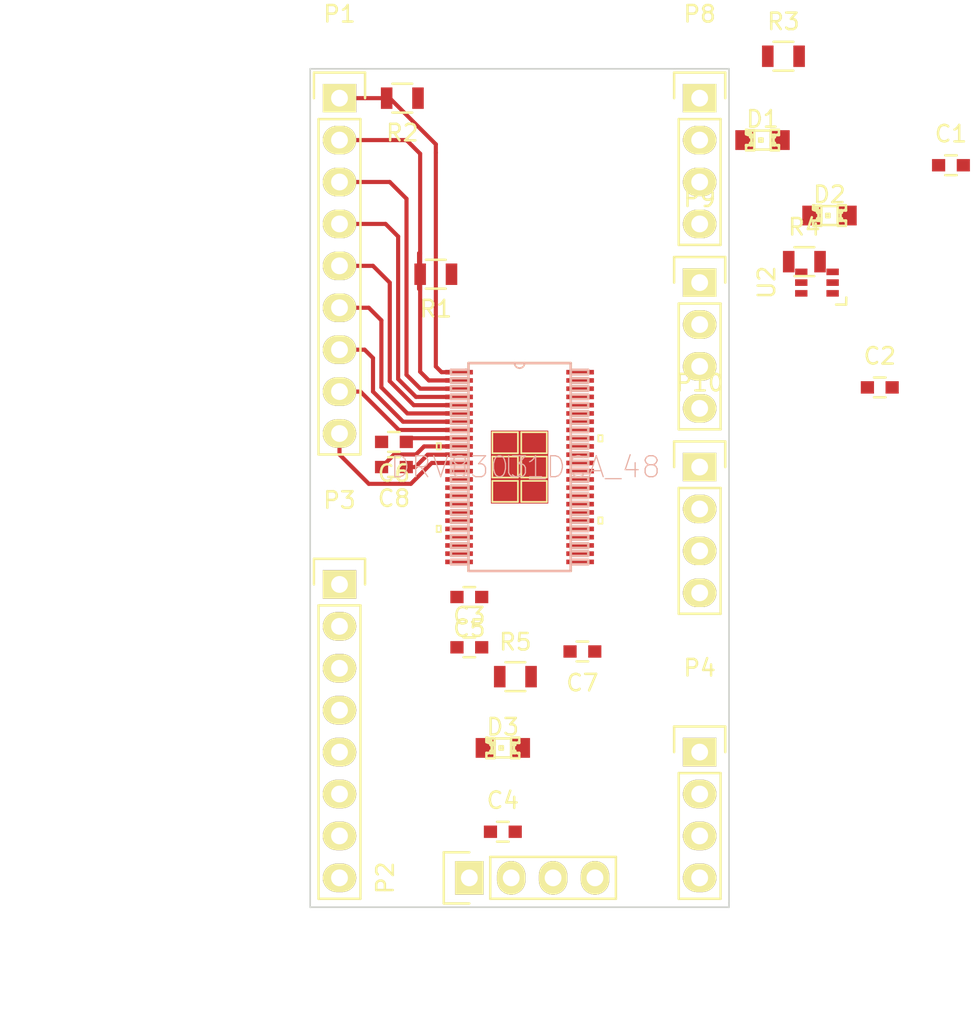
<source format=kicad_pcb>
(kicad_pcb (version 4) (host pcbnew "(2015-07-25 BZR 5993)-product")

  (general
    (links 75)
    (no_connects 61)
    (area 113.614287 77.849 172.363001 142.146)
    (thickness 1.6)
    (drawings 7)
    (tracks 60)
    (zones 0)
    (modules 25)
    (nets 50)
  )

  (page A4)
  (layers
    (0 F.Cu signal)
    (31 B.Cu signal)
    (32 B.Adhes user)
    (33 F.Adhes user)
    (34 B.Paste user)
    (35 F.Paste user)
    (36 B.SilkS user)
    (37 F.SilkS user)
    (38 B.Mask user)
    (39 F.Mask user)
    (40 Dwgs.User user)
    (41 Cmts.User user)
    (42 Eco1.User user)
    (43 Eco2.User user)
    (44 Edge.Cuts user)
    (45 Margin user)
    (46 B.CrtYd user)
    (47 F.CrtYd user)
    (48 B.Fab user)
    (49 F.Fab user)
  )

  (setup
    (last_trace_width 0.25)
    (trace_clearance 0.2)
    (zone_clearance 0.254)
    (zone_45_only no)
    (trace_min 0.2)
    (segment_width 0.2)
    (edge_width 0.1)
    (via_size 0.6)
    (via_drill 0.4)
    (via_min_size 0.4)
    (via_min_drill 0.3)
    (uvia_size 0.3)
    (uvia_drill 0.1)
    (uvias_allowed no)
    (uvia_min_size 0.2)
    (uvia_min_drill 0.1)
    (pcb_text_width 0.3)
    (pcb_text_size 1.5 1.5)
    (mod_edge_width 0.15)
    (mod_text_size 1 1)
    (mod_text_width 0.15)
    (pad_size 1.5 1.5)
    (pad_drill 0.6)
    (pad_to_mask_clearance 0)
    (aux_axis_origin 0 0)
    (visible_elements FFFFFF7F)
    (pcbplotparams
      (layerselection 0x00030_80000001)
      (usegerberextensions false)
      (excludeedgelayer true)
      (linewidth 0.100000)
      (plotframeref false)
      (viasonmask false)
      (mode 1)
      (useauxorigin false)
      (hpglpennumber 1)
      (hpglpenspeed 20)
      (hpglpendiameter 15)
      (hpglpenoverlay 2)
      (psnegative false)
      (psa4output false)
      (plotreference true)
      (plotvalue true)
      (plotinvisibletext false)
      (padsonsilk false)
      (subtractmaskfromsilk false)
      (outputformat 1)
      (mirror false)
      (drillshape 1)
      (scaleselection 1)
      (outputdirectory ""))
  )

  (net 0 "")
  (net 1 /SH_A)
  (net 2 /BST_A)
  (net 3 /SH_B)
  (net 4 /BST_B)
  (net 5 /SH_C)
  (net 6 /BST_C)
  (net 7 "Net-(C4-Pad1)")
  (net 8 GND)
  (net 9 "Net-(C5-Pad1)")
  (net 10 "Net-(C6-Pad1)")
  (net 11 48V)
  (net 12 "Net-(C8-Pad1)")
  (net 13 "Net-(C8-Pad2)")
  (net 14 "Net-(D1-Pad2)")
  (net 15 "Net-(D1-Pad1)")
  (net 16 "Net-(D2-Pad2)")
  (net 17 "Net-(D2-Pad1)")
  (net 18 3V3)
  (net 19 "Net-(D3-Pad1)")
  (net 20 /OCTW)
  (net 21 /FAULT)
  (net 22 /DTC)
  (net 23 /CS)
  (net 24 /SDI)
  (net 25 /SDO)
  (net 26 /CLK)
  (net 27 /DC_CAL)
  (net 28 /EN)
  (net 29 /INH_A)
  (net 30 /INL_A)
  (net 31 /INH_B)
  (net 32 /INL_B)
  (net 33 /INH_C)
  (net 34 /INL_C)
  (net 35 /SN1)
  (net 36 /SP1)
  (net 37 /SO1)
  (net 38 /SO2)
  (net 39 /GH_A)
  (net 40 /GL_A)
  (net 41 /SL_A)
  (net 42 /GH_B)
  (net 43 /GL_B)
  (net 44 /SL_B)
  (net 45 /GH_C)
  (net 46 /GL_C)
  (net 47 /SL_C)
  (net 48 /SN2)
  (net 49 /SP2)

  (net_class Default "This is the default net class."
    (clearance 0.2)
    (trace_width 0.25)
    (via_dia 0.6)
    (via_drill 0.4)
    (uvia_dia 0.3)
    (uvia_drill 0.1)
    (add_net /BST_A)
    (add_net /BST_B)
    (add_net /BST_C)
    (add_net /CLK)
    (add_net /CS)
    (add_net /DC_CAL)
    (add_net /DTC)
    (add_net /EN)
    (add_net /FAULT)
    (add_net /GH_A)
    (add_net /GH_B)
    (add_net /GH_C)
    (add_net /GL_A)
    (add_net /GL_B)
    (add_net /GL_C)
    (add_net /INH_A)
    (add_net /INH_B)
    (add_net /INH_C)
    (add_net /INL_A)
    (add_net /INL_B)
    (add_net /INL_C)
    (add_net /OCTW)
    (add_net /SDI)
    (add_net /SDO)
    (add_net /SH_A)
    (add_net /SH_B)
    (add_net /SH_C)
    (add_net /SL_A)
    (add_net /SL_B)
    (add_net /SL_C)
    (add_net /SN1)
    (add_net /SN2)
    (add_net /SO1)
    (add_net /SO2)
    (add_net /SP1)
    (add_net /SP2)
    (add_net 3V3)
    (add_net 48V)
    (add_net GND)
    (add_net "Net-(C4-Pad1)")
    (add_net "Net-(C5-Pad1)")
    (add_net "Net-(C6-Pad1)")
    (add_net "Net-(C8-Pad1)")
    (add_net "Net-(C8-Pad2)")
    (add_net "Net-(D1-Pad1)")
    (add_net "Net-(D1-Pad2)")
    (add_net "Net-(D2-Pad1)")
    (add_net "Net-(D2-Pad2)")
    (add_net "Net-(D3-Pad1)")
  )

  (module Capacitors_SMD:C_0603 placed (layer F.Cu) (tedit 5415D631) (tstamp 55BC5E03)
    (at 170.688 88.138)
    (descr "Capacitor SMD 0603, reflow soldering, AVX (see smccp.pdf)")
    (tags "capacitor 0603")
    (path /55B402FE)
    (attr smd)
    (fp_text reference C1 (at 0 -1.9) (layer F.SilkS)
      (effects (font (size 1 1) (thickness 0.15)))
    )
    (fp_text value .1u (at 0 1.9) (layer F.Fab)
      (effects (font (size 1 1) (thickness 0.15)))
    )
    (fp_line (start -1.45 -0.75) (end 1.45 -0.75) (layer F.CrtYd) (width 0.05))
    (fp_line (start -1.45 0.75) (end 1.45 0.75) (layer F.CrtYd) (width 0.05))
    (fp_line (start -1.45 -0.75) (end -1.45 0.75) (layer F.CrtYd) (width 0.05))
    (fp_line (start 1.45 -0.75) (end 1.45 0.75) (layer F.CrtYd) (width 0.05))
    (fp_line (start -0.35 -0.6) (end 0.35 -0.6) (layer F.SilkS) (width 0.15))
    (fp_line (start 0.35 0.6) (end -0.35 0.6) (layer F.SilkS) (width 0.15))
    (pad 1 smd rect (at -0.75 0) (size 0.8 0.75) (layers F.Cu F.Paste F.Mask)
      (net 1 /SH_A))
    (pad 2 smd rect (at 0.75 0) (size 0.8 0.75) (layers F.Cu F.Paste F.Mask)
      (net 2 /BST_A))
    (model Capacitors_SMD.3dshapes/C_0603.wrl
      (at (xyz 0 0 0))
      (scale (xyz 1 1 1))
      (rotate (xyz 0 0 0))
    )
  )

  (module Capacitors_SMD:C_0603 placed (layer F.Cu) (tedit 5415D631) (tstamp 55BC5E09)
    (at 166.37 101.6)
    (descr "Capacitor SMD 0603, reflow soldering, AVX (see smccp.pdf)")
    (tags "capacitor 0603")
    (path /55B4034E)
    (attr smd)
    (fp_text reference C2 (at 0 -1.9) (layer F.SilkS)
      (effects (font (size 1 1) (thickness 0.15)))
    )
    (fp_text value .1u (at 0 1.9) (layer F.Fab)
      (effects (font (size 1 1) (thickness 0.15)))
    )
    (fp_line (start -1.45 -0.75) (end 1.45 -0.75) (layer F.CrtYd) (width 0.05))
    (fp_line (start -1.45 0.75) (end 1.45 0.75) (layer F.CrtYd) (width 0.05))
    (fp_line (start -1.45 -0.75) (end -1.45 0.75) (layer F.CrtYd) (width 0.05))
    (fp_line (start 1.45 -0.75) (end 1.45 0.75) (layer F.CrtYd) (width 0.05))
    (fp_line (start -0.35 -0.6) (end 0.35 -0.6) (layer F.SilkS) (width 0.15))
    (fp_line (start 0.35 0.6) (end -0.35 0.6) (layer F.SilkS) (width 0.15))
    (pad 1 smd rect (at -0.75 0) (size 0.8 0.75) (layers F.Cu F.Paste F.Mask)
      (net 3 /SH_B))
    (pad 2 smd rect (at 0.75 0) (size 0.8 0.75) (layers F.Cu F.Paste F.Mask)
      (net 4 /BST_B))
    (model Capacitors_SMD.3dshapes/C_0603.wrl
      (at (xyz 0 0 0))
      (scale (xyz 1 1 1))
      (rotate (xyz 0 0 0))
    )
  )

  (module Capacitors_SMD:C_0603 placed (layer F.Cu) (tedit 5415D631) (tstamp 55BC5E0F)
    (at 141.478 117.348)
    (descr "Capacitor SMD 0603, reflow soldering, AVX (see smccp.pdf)")
    (tags "capacitor 0603")
    (path /55B40378)
    (attr smd)
    (fp_text reference C3 (at 0 -1.9) (layer F.SilkS)
      (effects (font (size 1 1) (thickness 0.15)))
    )
    (fp_text value .1u (at 0 1.9) (layer F.Fab)
      (effects (font (size 1 1) (thickness 0.15)))
    )
    (fp_line (start -1.45 -0.75) (end 1.45 -0.75) (layer F.CrtYd) (width 0.05))
    (fp_line (start -1.45 0.75) (end 1.45 0.75) (layer F.CrtYd) (width 0.05))
    (fp_line (start -1.45 -0.75) (end -1.45 0.75) (layer F.CrtYd) (width 0.05))
    (fp_line (start 1.45 -0.75) (end 1.45 0.75) (layer F.CrtYd) (width 0.05))
    (fp_line (start -0.35 -0.6) (end 0.35 -0.6) (layer F.SilkS) (width 0.15))
    (fp_line (start 0.35 0.6) (end -0.35 0.6) (layer F.SilkS) (width 0.15))
    (pad 1 smd rect (at -0.75 0) (size 0.8 0.75) (layers F.Cu F.Paste F.Mask)
      (net 5 /SH_C))
    (pad 2 smd rect (at 0.75 0) (size 0.8 0.75) (layers F.Cu F.Paste F.Mask)
      (net 6 /BST_C))
    (model Capacitors_SMD.3dshapes/C_0603.wrl
      (at (xyz 0 0 0))
      (scale (xyz 1 1 1))
      (rotate (xyz 0 0 0))
    )
  )

  (module Capacitors_SMD:C_0603 placed (layer F.Cu) (tedit 5415D631) (tstamp 55BC5E15)
    (at 143.51 128.524)
    (descr "Capacitor SMD 0603, reflow soldering, AVX (see smccp.pdf)")
    (tags "capacitor 0603")
    (path /55B41206)
    (attr smd)
    (fp_text reference C4 (at 0 -1.9) (layer F.SilkS)
      (effects (font (size 1 1) (thickness 0.15)))
    )
    (fp_text value 1u (at 0 1.9) (layer F.Fab)
      (effects (font (size 1 1) (thickness 0.15)))
    )
    (fp_line (start -1.45 -0.75) (end 1.45 -0.75) (layer F.CrtYd) (width 0.05))
    (fp_line (start -1.45 0.75) (end 1.45 0.75) (layer F.CrtYd) (width 0.05))
    (fp_line (start -1.45 -0.75) (end -1.45 0.75) (layer F.CrtYd) (width 0.05))
    (fp_line (start 1.45 -0.75) (end 1.45 0.75) (layer F.CrtYd) (width 0.05))
    (fp_line (start -0.35 -0.6) (end 0.35 -0.6) (layer F.SilkS) (width 0.15))
    (fp_line (start 0.35 0.6) (end -0.35 0.6) (layer F.SilkS) (width 0.15))
    (pad 1 smd rect (at -0.75 0) (size 0.8 0.75) (layers F.Cu F.Paste F.Mask)
      (net 7 "Net-(C4-Pad1)"))
    (pad 2 smd rect (at 0.75 0) (size 0.8 0.75) (layers F.Cu F.Paste F.Mask)
      (net 8 GND))
    (model Capacitors_SMD.3dshapes/C_0603.wrl
      (at (xyz 0 0 0))
      (scale (xyz 1 1 1))
      (rotate (xyz 0 0 0))
    )
  )

  (module Capacitors_SMD:C_0603 placed (layer F.Cu) (tedit 5415D631) (tstamp 55BC5E1B)
    (at 141.478 114.3 180)
    (descr "Capacitor SMD 0603, reflow soldering, AVX (see smccp.pdf)")
    (tags "capacitor 0603")
    (path /55B411CD)
    (attr smd)
    (fp_text reference C5 (at 0 -1.9 180) (layer F.SilkS)
      (effects (font (size 1 1) (thickness 0.15)))
    )
    (fp_text value 1u (at 0 1.9 180) (layer F.Fab)
      (effects (font (size 1 1) (thickness 0.15)))
    )
    (fp_line (start -1.45 -0.75) (end 1.45 -0.75) (layer F.CrtYd) (width 0.05))
    (fp_line (start -1.45 0.75) (end 1.45 0.75) (layer F.CrtYd) (width 0.05))
    (fp_line (start -1.45 -0.75) (end -1.45 0.75) (layer F.CrtYd) (width 0.05))
    (fp_line (start 1.45 -0.75) (end 1.45 0.75) (layer F.CrtYd) (width 0.05))
    (fp_line (start -0.35 -0.6) (end 0.35 -0.6) (layer F.SilkS) (width 0.15))
    (fp_line (start 0.35 0.6) (end -0.35 0.6) (layer F.SilkS) (width 0.15))
    (pad 1 smd rect (at -0.75 0 180) (size 0.8 0.75) (layers F.Cu F.Paste F.Mask)
      (net 9 "Net-(C5-Pad1)"))
    (pad 2 smd rect (at 0.75 0 180) (size 0.8 0.75) (layers F.Cu F.Paste F.Mask)
      (net 8 GND))
    (model Capacitors_SMD.3dshapes/C_0603.wrl
      (at (xyz 0 0 0))
      (scale (xyz 1 1 1))
      (rotate (xyz 0 0 0))
    )
  )

  (module Capacitors_SMD:C_0603 placed (layer F.Cu) (tedit 5415D631) (tstamp 55BC5E21)
    (at 136.906 104.902 180)
    (descr "Capacitor SMD 0603, reflow soldering, AVX (see smccp.pdf)")
    (tags "capacitor 0603")
    (path /55B4117A)
    (attr smd)
    (fp_text reference C6 (at 0 -1.9 180) (layer F.SilkS)
      (effects (font (size 1 1) (thickness 0.15)))
    )
    (fp_text value 2.2u (at 0 1.9 180) (layer F.Fab)
      (effects (font (size 1 1) (thickness 0.15)))
    )
    (fp_line (start -1.45 -0.75) (end 1.45 -0.75) (layer F.CrtYd) (width 0.05))
    (fp_line (start -1.45 0.75) (end 1.45 0.75) (layer F.CrtYd) (width 0.05))
    (fp_line (start -1.45 -0.75) (end -1.45 0.75) (layer F.CrtYd) (width 0.05))
    (fp_line (start 1.45 -0.75) (end 1.45 0.75) (layer F.CrtYd) (width 0.05))
    (fp_line (start -0.35 -0.6) (end 0.35 -0.6) (layer F.SilkS) (width 0.15))
    (fp_line (start 0.35 0.6) (end -0.35 0.6) (layer F.SilkS) (width 0.15))
    (pad 1 smd rect (at -0.75 0 180) (size 0.8 0.75) (layers F.Cu F.Paste F.Mask)
      (net 10 "Net-(C6-Pad1)"))
    (pad 2 smd rect (at 0.75 0 180) (size 0.8 0.75) (layers F.Cu F.Paste F.Mask)
      (net 8 GND))
    (model Capacitors_SMD.3dshapes/C_0603.wrl
      (at (xyz 0 0 0))
      (scale (xyz 1 1 1))
      (rotate (xyz 0 0 0))
    )
  )

  (module Capacitors_SMD:C_0603 placed (layer F.Cu) (tedit 5415D631) (tstamp 55BC5E27)
    (at 148.336 117.602 180)
    (descr "Capacitor SMD 0603, reflow soldering, AVX (see smccp.pdf)")
    (tags "capacitor 0603")
    (path /55B4189F)
    (attr smd)
    (fp_text reference C7 (at 0 -1.9 180) (layer F.SilkS)
      (effects (font (size 1 1) (thickness 0.15)))
    )
    (fp_text value 4.7u (at 0 1.9 180) (layer F.Fab)
      (effects (font (size 1 1) (thickness 0.15)))
    )
    (fp_line (start -1.45 -0.75) (end 1.45 -0.75) (layer F.CrtYd) (width 0.05))
    (fp_line (start -1.45 0.75) (end 1.45 0.75) (layer F.CrtYd) (width 0.05))
    (fp_line (start -1.45 -0.75) (end -1.45 0.75) (layer F.CrtYd) (width 0.05))
    (fp_line (start 1.45 -0.75) (end 1.45 0.75) (layer F.CrtYd) (width 0.05))
    (fp_line (start -0.35 -0.6) (end 0.35 -0.6) (layer F.SilkS) (width 0.15))
    (fp_line (start 0.35 0.6) (end -0.35 0.6) (layer F.SilkS) (width 0.15))
    (pad 1 smd rect (at -0.75 0 180) (size 0.8 0.75) (layers F.Cu F.Paste F.Mask)
      (net 11 48V))
    (pad 2 smd rect (at 0.75 0 180) (size 0.8 0.75) (layers F.Cu F.Paste F.Mask)
      (net 8 GND))
    (model Capacitors_SMD.3dshapes/C_0603.wrl
      (at (xyz 0 0 0))
      (scale (xyz 1 1 1))
      (rotate (xyz 0 0 0))
    )
  )

  (module Capacitors_SMD:C_0603 placed (layer F.Cu) (tedit 5415D631) (tstamp 55BC5E2D)
    (at 136.906 106.426 180)
    (descr "Capacitor SMD 0603, reflow soldering, AVX (see smccp.pdf)")
    (tags "capacitor 0603")
    (path /55B404C3)
    (attr smd)
    (fp_text reference C8 (at 0 -1.9 180) (layer F.SilkS)
      (effects (font (size 1 1) (thickness 0.15)))
    )
    (fp_text value 22n (at 0 1.9 180) (layer F.Fab)
      (effects (font (size 1 1) (thickness 0.15)))
    )
    (fp_line (start -1.45 -0.75) (end 1.45 -0.75) (layer F.CrtYd) (width 0.05))
    (fp_line (start -1.45 0.75) (end 1.45 0.75) (layer F.CrtYd) (width 0.05))
    (fp_line (start -1.45 -0.75) (end -1.45 0.75) (layer F.CrtYd) (width 0.05))
    (fp_line (start 1.45 -0.75) (end 1.45 0.75) (layer F.CrtYd) (width 0.05))
    (fp_line (start -0.35 -0.6) (end 0.35 -0.6) (layer F.SilkS) (width 0.15))
    (fp_line (start 0.35 0.6) (end -0.35 0.6) (layer F.SilkS) (width 0.15))
    (pad 1 smd rect (at -0.75 0 180) (size 0.8 0.75) (layers F.Cu F.Paste F.Mask)
      (net 12 "Net-(C8-Pad1)"))
    (pad 2 smd rect (at 0.75 0 180) (size 0.8 0.75) (layers F.Cu F.Paste F.Mask)
      (net 13 "Net-(C8-Pad2)"))
    (model Capacitors_SMD.3dshapes/C_0603.wrl
      (at (xyz 0 0 0))
      (scale (xyz 1 1 1))
      (rotate (xyz 0 0 0))
    )
  )

  (module LEDs:LED-0805 placed (layer F.Cu) (tedit 5538B1C2) (tstamp 55BC5E33)
    (at 159.258 86.614)
    (descr "LED 0805 smd package")
    (tags "LED 0805 SMD")
    (path /55BD1CBF)
    (attr smd)
    (fp_text reference D1 (at 0 -1.27) (layer F.SilkS)
      (effects (font (size 1 1) (thickness 0.15)))
    )
    (fp_text value LED (at 0 1.27) (layer F.Fab)
      (effects (font (size 1 1) (thickness 0.15)))
    )
    (fp_line (start -0.49784 0.29972) (end -0.49784 0.62484) (layer F.SilkS) (width 0.15))
    (fp_line (start -0.49784 0.62484) (end -0.99822 0.62484) (layer F.SilkS) (width 0.15))
    (fp_line (start -0.99822 0.29972) (end -0.99822 0.62484) (layer F.SilkS) (width 0.15))
    (fp_line (start -0.49784 0.29972) (end -0.99822 0.29972) (layer F.SilkS) (width 0.15))
    (fp_line (start -0.49784 -0.32258) (end -0.49784 -0.17272) (layer F.SilkS) (width 0.15))
    (fp_line (start -0.49784 -0.17272) (end -0.7493 -0.17272) (layer F.SilkS) (width 0.15))
    (fp_line (start -0.7493 -0.32258) (end -0.7493 -0.17272) (layer F.SilkS) (width 0.15))
    (fp_line (start -0.49784 -0.32258) (end -0.7493 -0.32258) (layer F.SilkS) (width 0.15))
    (fp_line (start -0.49784 0.17272) (end -0.49784 0.32258) (layer F.SilkS) (width 0.15))
    (fp_line (start -0.49784 0.32258) (end -0.7493 0.32258) (layer F.SilkS) (width 0.15))
    (fp_line (start -0.7493 0.17272) (end -0.7493 0.32258) (layer F.SilkS) (width 0.15))
    (fp_line (start -0.49784 0.17272) (end -0.7493 0.17272) (layer F.SilkS) (width 0.15))
    (fp_line (start -0.49784 -0.19812) (end -0.49784 0.19812) (layer F.SilkS) (width 0.15))
    (fp_line (start -0.49784 0.19812) (end -0.6731 0.19812) (layer F.SilkS) (width 0.15))
    (fp_line (start -0.6731 -0.19812) (end -0.6731 0.19812) (layer F.SilkS) (width 0.15))
    (fp_line (start -0.49784 -0.19812) (end -0.6731 -0.19812) (layer F.SilkS) (width 0.15))
    (fp_line (start 0.99822 0.29972) (end 0.99822 0.62484) (layer F.SilkS) (width 0.15))
    (fp_line (start 0.99822 0.62484) (end 0.49784 0.62484) (layer F.SilkS) (width 0.15))
    (fp_line (start 0.49784 0.29972) (end 0.49784 0.62484) (layer F.SilkS) (width 0.15))
    (fp_line (start 0.99822 0.29972) (end 0.49784 0.29972) (layer F.SilkS) (width 0.15))
    (fp_line (start 0.99822 -0.62484) (end 0.99822 -0.29972) (layer F.SilkS) (width 0.15))
    (fp_line (start 0.99822 -0.29972) (end 0.49784 -0.29972) (layer F.SilkS) (width 0.15))
    (fp_line (start 0.49784 -0.62484) (end 0.49784 -0.29972) (layer F.SilkS) (width 0.15))
    (fp_line (start 0.99822 -0.62484) (end 0.49784 -0.62484) (layer F.SilkS) (width 0.15))
    (fp_line (start 0.7493 0.17272) (end 0.7493 0.32258) (layer F.SilkS) (width 0.15))
    (fp_line (start 0.7493 0.32258) (end 0.49784 0.32258) (layer F.SilkS) (width 0.15))
    (fp_line (start 0.49784 0.17272) (end 0.49784 0.32258) (layer F.SilkS) (width 0.15))
    (fp_line (start 0.7493 0.17272) (end 0.49784 0.17272) (layer F.SilkS) (width 0.15))
    (fp_line (start 0.7493 -0.32258) (end 0.7493 -0.17272) (layer F.SilkS) (width 0.15))
    (fp_line (start 0.7493 -0.17272) (end 0.49784 -0.17272) (layer F.SilkS) (width 0.15))
    (fp_line (start 0.49784 -0.32258) (end 0.49784 -0.17272) (layer F.SilkS) (width 0.15))
    (fp_line (start 0.7493 -0.32258) (end 0.49784 -0.32258) (layer F.SilkS) (width 0.15))
    (fp_line (start 0.6731 -0.19812) (end 0.6731 0.19812) (layer F.SilkS) (width 0.15))
    (fp_line (start 0.6731 0.19812) (end 0.49784 0.19812) (layer F.SilkS) (width 0.15))
    (fp_line (start 0.49784 -0.19812) (end 0.49784 0.19812) (layer F.SilkS) (width 0.15))
    (fp_line (start 0.6731 -0.19812) (end 0.49784 -0.19812) (layer F.SilkS) (width 0.15))
    (fp_line (start 0 -0.09906) (end 0 0.09906) (layer F.SilkS) (width 0.15))
    (fp_line (start 0 0.09906) (end -0.19812 0.09906) (layer F.SilkS) (width 0.15))
    (fp_line (start -0.19812 -0.09906) (end -0.19812 0.09906) (layer F.SilkS) (width 0.15))
    (fp_line (start 0 -0.09906) (end -0.19812 -0.09906) (layer F.SilkS) (width 0.15))
    (fp_line (start -0.49784 -0.59944) (end -0.49784 -0.29972) (layer F.SilkS) (width 0.15))
    (fp_line (start -0.49784 -0.29972) (end -0.79756 -0.29972) (layer F.SilkS) (width 0.15))
    (fp_line (start -0.79756 -0.59944) (end -0.79756 -0.29972) (layer F.SilkS) (width 0.15))
    (fp_line (start -0.49784 -0.59944) (end -0.79756 -0.59944) (layer F.SilkS) (width 0.15))
    (fp_line (start -0.92456 -0.62484) (end -0.92456 -0.39878) (layer F.SilkS) (width 0.15))
    (fp_line (start -0.92456 -0.39878) (end -0.99822 -0.39878) (layer F.SilkS) (width 0.15))
    (fp_line (start -0.99822 -0.62484) (end -0.99822 -0.39878) (layer F.SilkS) (width 0.15))
    (fp_line (start -0.92456 -0.62484) (end -0.99822 -0.62484) (layer F.SilkS) (width 0.15))
    (fp_line (start -0.52324 0.57404) (end 0.52324 0.57404) (layer F.SilkS) (width 0.15))
    (fp_line (start 0.49784 -0.57404) (end -0.92456 -0.57404) (layer F.SilkS) (width 0.15))
    (fp_circle (center -0.84836 -0.44958) (end -0.89916 -0.50038) (layer F.SilkS) (width 0.15))
    (fp_arc (start -0.99822 0) (end -0.99822 0.34798) (angle -180) (layer F.SilkS) (width 0.15))
    (fp_arc (start 0.99822 0) (end 0.99822 -0.34798) (angle -180) (layer F.SilkS) (width 0.15))
    (pad 2 smd rect (at 1.04902 0 180) (size 1.19888 1.19888) (layers F.Cu F.Paste F.Mask)
      (net 14 "Net-(D1-Pad2)"))
    (pad 1 smd rect (at -1.04902 0 180) (size 1.19888 1.19888) (layers F.Cu F.Paste F.Mask)
      (net 15 "Net-(D1-Pad1)"))
  )

  (module LEDs:LED-0805 placed (layer F.Cu) (tedit 5538B1C2) (tstamp 55BC5E39)
    (at 163.322 91.186)
    (descr "LED 0805 smd package")
    (tags "LED 0805 SMD")
    (path /55BD121D)
    (attr smd)
    (fp_text reference D2 (at 0 -1.27) (layer F.SilkS)
      (effects (font (size 1 1) (thickness 0.15)))
    )
    (fp_text value LED (at 0 1.27) (layer F.Fab)
      (effects (font (size 1 1) (thickness 0.15)))
    )
    (fp_line (start -0.49784 0.29972) (end -0.49784 0.62484) (layer F.SilkS) (width 0.15))
    (fp_line (start -0.49784 0.62484) (end -0.99822 0.62484) (layer F.SilkS) (width 0.15))
    (fp_line (start -0.99822 0.29972) (end -0.99822 0.62484) (layer F.SilkS) (width 0.15))
    (fp_line (start -0.49784 0.29972) (end -0.99822 0.29972) (layer F.SilkS) (width 0.15))
    (fp_line (start -0.49784 -0.32258) (end -0.49784 -0.17272) (layer F.SilkS) (width 0.15))
    (fp_line (start -0.49784 -0.17272) (end -0.7493 -0.17272) (layer F.SilkS) (width 0.15))
    (fp_line (start -0.7493 -0.32258) (end -0.7493 -0.17272) (layer F.SilkS) (width 0.15))
    (fp_line (start -0.49784 -0.32258) (end -0.7493 -0.32258) (layer F.SilkS) (width 0.15))
    (fp_line (start -0.49784 0.17272) (end -0.49784 0.32258) (layer F.SilkS) (width 0.15))
    (fp_line (start -0.49784 0.32258) (end -0.7493 0.32258) (layer F.SilkS) (width 0.15))
    (fp_line (start -0.7493 0.17272) (end -0.7493 0.32258) (layer F.SilkS) (width 0.15))
    (fp_line (start -0.49784 0.17272) (end -0.7493 0.17272) (layer F.SilkS) (width 0.15))
    (fp_line (start -0.49784 -0.19812) (end -0.49784 0.19812) (layer F.SilkS) (width 0.15))
    (fp_line (start -0.49784 0.19812) (end -0.6731 0.19812) (layer F.SilkS) (width 0.15))
    (fp_line (start -0.6731 -0.19812) (end -0.6731 0.19812) (layer F.SilkS) (width 0.15))
    (fp_line (start -0.49784 -0.19812) (end -0.6731 -0.19812) (layer F.SilkS) (width 0.15))
    (fp_line (start 0.99822 0.29972) (end 0.99822 0.62484) (layer F.SilkS) (width 0.15))
    (fp_line (start 0.99822 0.62484) (end 0.49784 0.62484) (layer F.SilkS) (width 0.15))
    (fp_line (start 0.49784 0.29972) (end 0.49784 0.62484) (layer F.SilkS) (width 0.15))
    (fp_line (start 0.99822 0.29972) (end 0.49784 0.29972) (layer F.SilkS) (width 0.15))
    (fp_line (start 0.99822 -0.62484) (end 0.99822 -0.29972) (layer F.SilkS) (width 0.15))
    (fp_line (start 0.99822 -0.29972) (end 0.49784 -0.29972) (layer F.SilkS) (width 0.15))
    (fp_line (start 0.49784 -0.62484) (end 0.49784 -0.29972) (layer F.SilkS) (width 0.15))
    (fp_line (start 0.99822 -0.62484) (end 0.49784 -0.62484) (layer F.SilkS) (width 0.15))
    (fp_line (start 0.7493 0.17272) (end 0.7493 0.32258) (layer F.SilkS) (width 0.15))
    (fp_line (start 0.7493 0.32258) (end 0.49784 0.32258) (layer F.SilkS) (width 0.15))
    (fp_line (start 0.49784 0.17272) (end 0.49784 0.32258) (layer F.SilkS) (width 0.15))
    (fp_line (start 0.7493 0.17272) (end 0.49784 0.17272) (layer F.SilkS) (width 0.15))
    (fp_line (start 0.7493 -0.32258) (end 0.7493 -0.17272) (layer F.SilkS) (width 0.15))
    (fp_line (start 0.7493 -0.17272) (end 0.49784 -0.17272) (layer F.SilkS) (width 0.15))
    (fp_line (start 0.49784 -0.32258) (end 0.49784 -0.17272) (layer F.SilkS) (width 0.15))
    (fp_line (start 0.7493 -0.32258) (end 0.49784 -0.32258) (layer F.SilkS) (width 0.15))
    (fp_line (start 0.6731 -0.19812) (end 0.6731 0.19812) (layer F.SilkS) (width 0.15))
    (fp_line (start 0.6731 0.19812) (end 0.49784 0.19812) (layer F.SilkS) (width 0.15))
    (fp_line (start 0.49784 -0.19812) (end 0.49784 0.19812) (layer F.SilkS) (width 0.15))
    (fp_line (start 0.6731 -0.19812) (end 0.49784 -0.19812) (layer F.SilkS) (width 0.15))
    (fp_line (start 0 -0.09906) (end 0 0.09906) (layer F.SilkS) (width 0.15))
    (fp_line (start 0 0.09906) (end -0.19812 0.09906) (layer F.SilkS) (width 0.15))
    (fp_line (start -0.19812 -0.09906) (end -0.19812 0.09906) (layer F.SilkS) (width 0.15))
    (fp_line (start 0 -0.09906) (end -0.19812 -0.09906) (layer F.SilkS) (width 0.15))
    (fp_line (start -0.49784 -0.59944) (end -0.49784 -0.29972) (layer F.SilkS) (width 0.15))
    (fp_line (start -0.49784 -0.29972) (end -0.79756 -0.29972) (layer F.SilkS) (width 0.15))
    (fp_line (start -0.79756 -0.59944) (end -0.79756 -0.29972) (layer F.SilkS) (width 0.15))
    (fp_line (start -0.49784 -0.59944) (end -0.79756 -0.59944) (layer F.SilkS) (width 0.15))
    (fp_line (start -0.92456 -0.62484) (end -0.92456 -0.39878) (layer F.SilkS) (width 0.15))
    (fp_line (start -0.92456 -0.39878) (end -0.99822 -0.39878) (layer F.SilkS) (width 0.15))
    (fp_line (start -0.99822 -0.62484) (end -0.99822 -0.39878) (layer F.SilkS) (width 0.15))
    (fp_line (start -0.92456 -0.62484) (end -0.99822 -0.62484) (layer F.SilkS) (width 0.15))
    (fp_line (start -0.52324 0.57404) (end 0.52324 0.57404) (layer F.SilkS) (width 0.15))
    (fp_line (start 0.49784 -0.57404) (end -0.92456 -0.57404) (layer F.SilkS) (width 0.15))
    (fp_circle (center -0.84836 -0.44958) (end -0.89916 -0.50038) (layer F.SilkS) (width 0.15))
    (fp_arc (start -0.99822 0) (end -0.99822 0.34798) (angle -180) (layer F.SilkS) (width 0.15))
    (fp_arc (start 0.99822 0) (end 0.99822 -0.34798) (angle -180) (layer F.SilkS) (width 0.15))
    (pad 2 smd rect (at 1.04902 0 180) (size 1.19888 1.19888) (layers F.Cu F.Paste F.Mask)
      (net 16 "Net-(D2-Pad2)"))
    (pad 1 smd rect (at -1.04902 0 180) (size 1.19888 1.19888) (layers F.Cu F.Paste F.Mask)
      (net 17 "Net-(D2-Pad1)"))
  )

  (module LEDs:LED-0805 placed (layer F.Cu) (tedit 5538B1C2) (tstamp 55BC5E3F)
    (at 143.51 123.444)
    (descr "LED 0805 smd package")
    (tags "LED 0805 SMD")
    (path /55BD360E)
    (attr smd)
    (fp_text reference D3 (at 0 -1.27) (layer F.SilkS)
      (effects (font (size 1 1) (thickness 0.15)))
    )
    (fp_text value LED (at 0 1.27) (layer F.Fab)
      (effects (font (size 1 1) (thickness 0.15)))
    )
    (fp_line (start -0.49784 0.29972) (end -0.49784 0.62484) (layer F.SilkS) (width 0.15))
    (fp_line (start -0.49784 0.62484) (end -0.99822 0.62484) (layer F.SilkS) (width 0.15))
    (fp_line (start -0.99822 0.29972) (end -0.99822 0.62484) (layer F.SilkS) (width 0.15))
    (fp_line (start -0.49784 0.29972) (end -0.99822 0.29972) (layer F.SilkS) (width 0.15))
    (fp_line (start -0.49784 -0.32258) (end -0.49784 -0.17272) (layer F.SilkS) (width 0.15))
    (fp_line (start -0.49784 -0.17272) (end -0.7493 -0.17272) (layer F.SilkS) (width 0.15))
    (fp_line (start -0.7493 -0.32258) (end -0.7493 -0.17272) (layer F.SilkS) (width 0.15))
    (fp_line (start -0.49784 -0.32258) (end -0.7493 -0.32258) (layer F.SilkS) (width 0.15))
    (fp_line (start -0.49784 0.17272) (end -0.49784 0.32258) (layer F.SilkS) (width 0.15))
    (fp_line (start -0.49784 0.32258) (end -0.7493 0.32258) (layer F.SilkS) (width 0.15))
    (fp_line (start -0.7493 0.17272) (end -0.7493 0.32258) (layer F.SilkS) (width 0.15))
    (fp_line (start -0.49784 0.17272) (end -0.7493 0.17272) (layer F.SilkS) (width 0.15))
    (fp_line (start -0.49784 -0.19812) (end -0.49784 0.19812) (layer F.SilkS) (width 0.15))
    (fp_line (start -0.49784 0.19812) (end -0.6731 0.19812) (layer F.SilkS) (width 0.15))
    (fp_line (start -0.6731 -0.19812) (end -0.6731 0.19812) (layer F.SilkS) (width 0.15))
    (fp_line (start -0.49784 -0.19812) (end -0.6731 -0.19812) (layer F.SilkS) (width 0.15))
    (fp_line (start 0.99822 0.29972) (end 0.99822 0.62484) (layer F.SilkS) (width 0.15))
    (fp_line (start 0.99822 0.62484) (end 0.49784 0.62484) (layer F.SilkS) (width 0.15))
    (fp_line (start 0.49784 0.29972) (end 0.49784 0.62484) (layer F.SilkS) (width 0.15))
    (fp_line (start 0.99822 0.29972) (end 0.49784 0.29972) (layer F.SilkS) (width 0.15))
    (fp_line (start 0.99822 -0.62484) (end 0.99822 -0.29972) (layer F.SilkS) (width 0.15))
    (fp_line (start 0.99822 -0.29972) (end 0.49784 -0.29972) (layer F.SilkS) (width 0.15))
    (fp_line (start 0.49784 -0.62484) (end 0.49784 -0.29972) (layer F.SilkS) (width 0.15))
    (fp_line (start 0.99822 -0.62484) (end 0.49784 -0.62484) (layer F.SilkS) (width 0.15))
    (fp_line (start 0.7493 0.17272) (end 0.7493 0.32258) (layer F.SilkS) (width 0.15))
    (fp_line (start 0.7493 0.32258) (end 0.49784 0.32258) (layer F.SilkS) (width 0.15))
    (fp_line (start 0.49784 0.17272) (end 0.49784 0.32258) (layer F.SilkS) (width 0.15))
    (fp_line (start 0.7493 0.17272) (end 0.49784 0.17272) (layer F.SilkS) (width 0.15))
    (fp_line (start 0.7493 -0.32258) (end 0.7493 -0.17272) (layer F.SilkS) (width 0.15))
    (fp_line (start 0.7493 -0.17272) (end 0.49784 -0.17272) (layer F.SilkS) (width 0.15))
    (fp_line (start 0.49784 -0.32258) (end 0.49784 -0.17272) (layer F.SilkS) (width 0.15))
    (fp_line (start 0.7493 -0.32258) (end 0.49784 -0.32258) (layer F.SilkS) (width 0.15))
    (fp_line (start 0.6731 -0.19812) (end 0.6731 0.19812) (layer F.SilkS) (width 0.15))
    (fp_line (start 0.6731 0.19812) (end 0.49784 0.19812) (layer F.SilkS) (width 0.15))
    (fp_line (start 0.49784 -0.19812) (end 0.49784 0.19812) (layer F.SilkS) (width 0.15))
    (fp_line (start 0.6731 -0.19812) (end 0.49784 -0.19812) (layer F.SilkS) (width 0.15))
    (fp_line (start 0 -0.09906) (end 0 0.09906) (layer F.SilkS) (width 0.15))
    (fp_line (start 0 0.09906) (end -0.19812 0.09906) (layer F.SilkS) (width 0.15))
    (fp_line (start -0.19812 -0.09906) (end -0.19812 0.09906) (layer F.SilkS) (width 0.15))
    (fp_line (start 0 -0.09906) (end -0.19812 -0.09906) (layer F.SilkS) (width 0.15))
    (fp_line (start -0.49784 -0.59944) (end -0.49784 -0.29972) (layer F.SilkS) (width 0.15))
    (fp_line (start -0.49784 -0.29972) (end -0.79756 -0.29972) (layer F.SilkS) (width 0.15))
    (fp_line (start -0.79756 -0.59944) (end -0.79756 -0.29972) (layer F.SilkS) (width 0.15))
    (fp_line (start -0.49784 -0.59944) (end -0.79756 -0.59944) (layer F.SilkS) (width 0.15))
    (fp_line (start -0.92456 -0.62484) (end -0.92456 -0.39878) (layer F.SilkS) (width 0.15))
    (fp_line (start -0.92456 -0.39878) (end -0.99822 -0.39878) (layer F.SilkS) (width 0.15))
    (fp_line (start -0.99822 -0.62484) (end -0.99822 -0.39878) (layer F.SilkS) (width 0.15))
    (fp_line (start -0.92456 -0.62484) (end -0.99822 -0.62484) (layer F.SilkS) (width 0.15))
    (fp_line (start -0.52324 0.57404) (end 0.52324 0.57404) (layer F.SilkS) (width 0.15))
    (fp_line (start 0.49784 -0.57404) (end -0.92456 -0.57404) (layer F.SilkS) (width 0.15))
    (fp_circle (center -0.84836 -0.44958) (end -0.89916 -0.50038) (layer F.SilkS) (width 0.15))
    (fp_arc (start -0.99822 0) (end -0.99822 0.34798) (angle -180) (layer F.SilkS) (width 0.15))
    (fp_arc (start 0.99822 0) (end 0.99822 -0.34798) (angle -180) (layer F.SilkS) (width 0.15))
    (pad 2 smd rect (at 1.04902 0 180) (size 1.19888 1.19888) (layers F.Cu F.Paste F.Mask)
      (net 18 3V3))
    (pad 1 smd rect (at -1.04902 0 180) (size 1.19888 1.19888) (layers F.Cu F.Paste F.Mask)
      (net 19 "Net-(D3-Pad1)"))
  )

  (module Pin_Headers:Pin_Header_Straight_1x09 placed (layer F.Cu) (tedit 0) (tstamp 55BC5E4C)
    (at 133.604 84.074)
    (descr "Through hole pin header")
    (tags "pin header")
    (path /55BC1637)
    (fp_text reference P1 (at 0 -5.1) (layer F.SilkS)
      (effects (font (size 1 1) (thickness 0.15)))
    )
    (fp_text value CONN_01X09 (at 0 -3.1) (layer F.Fab)
      (effects (font (size 1 1) (thickness 0.15)))
    )
    (fp_line (start -1.75 -1.75) (end -1.75 22.1) (layer F.CrtYd) (width 0.05))
    (fp_line (start 1.75 -1.75) (end 1.75 22.1) (layer F.CrtYd) (width 0.05))
    (fp_line (start -1.75 -1.75) (end 1.75 -1.75) (layer F.CrtYd) (width 0.05))
    (fp_line (start -1.75 22.1) (end 1.75 22.1) (layer F.CrtYd) (width 0.05))
    (fp_line (start 1.27 1.27) (end 1.27 21.59) (layer F.SilkS) (width 0.15))
    (fp_line (start 1.27 21.59) (end -1.27 21.59) (layer F.SilkS) (width 0.15))
    (fp_line (start -1.27 21.59) (end -1.27 1.27) (layer F.SilkS) (width 0.15))
    (fp_line (start 1.55 -1.55) (end 1.55 0) (layer F.SilkS) (width 0.15))
    (fp_line (start 1.27 1.27) (end -1.27 1.27) (layer F.SilkS) (width 0.15))
    (fp_line (start -1.55 0) (end -1.55 -1.55) (layer F.SilkS) (width 0.15))
    (fp_line (start -1.55 -1.55) (end 1.55 -1.55) (layer F.SilkS) (width 0.15))
    (pad 1 thru_hole rect (at 0 0) (size 2.032 1.7272) (drill 1.016) (layers *.Cu *.Mask F.SilkS)
      (net 20 /OCTW))
    (pad 2 thru_hole oval (at 0 2.54) (size 2.032 1.7272) (drill 1.016) (layers *.Cu *.Mask F.SilkS)
      (net 21 /FAULT))
    (pad 3 thru_hole oval (at 0 5.08) (size 2.032 1.7272) (drill 1.016) (layers *.Cu *.Mask F.SilkS)
      (net 22 /DTC))
    (pad 4 thru_hole oval (at 0 7.62) (size 2.032 1.7272) (drill 1.016) (layers *.Cu *.Mask F.SilkS)
      (net 23 /CS))
    (pad 5 thru_hole oval (at 0 10.16) (size 2.032 1.7272) (drill 1.016) (layers *.Cu *.Mask F.SilkS)
      (net 24 /SDI))
    (pad 6 thru_hole oval (at 0 12.7) (size 2.032 1.7272) (drill 1.016) (layers *.Cu *.Mask F.SilkS)
      (net 25 /SDO))
    (pad 7 thru_hole oval (at 0 15.24) (size 2.032 1.7272) (drill 1.016) (layers *.Cu *.Mask F.SilkS)
      (net 26 /CLK))
    (pad 8 thru_hole oval (at 0 17.78) (size 2.032 1.7272) (drill 1.016) (layers *.Cu *.Mask F.SilkS)
      (net 27 /DC_CAL))
    (pad 9 thru_hole oval (at 0 20.32) (size 2.032 1.7272) (drill 1.016) (layers *.Cu *.Mask F.SilkS)
      (net 28 /EN))
    (model Pin_Headers.3dshapes/Pin_Header_Straight_1x09.wrl
      (at (xyz 0 -0.4 0))
      (scale (xyz 1 1 1))
      (rotate (xyz 0 0 90))
    )
  )

  (module Pin_Headers:Pin_Header_Straight_1x04 placed (layer F.Cu) (tedit 0) (tstamp 55BC5E54)
    (at 141.478 131.318 90)
    (descr "Through hole pin header")
    (tags "pin header")
    (path /55BC41D3)
    (fp_text reference P2 (at 0 -5.1 90) (layer F.SilkS)
      (effects (font (size 1 1) (thickness 0.15)))
    )
    (fp_text value CONN_01X04 (at 0 -3.1 90) (layer F.Fab)
      (effects (font (size 1 1) (thickness 0.15)))
    )
    (fp_line (start -1.75 -1.75) (end -1.75 9.4) (layer F.CrtYd) (width 0.05))
    (fp_line (start 1.75 -1.75) (end 1.75 9.4) (layer F.CrtYd) (width 0.05))
    (fp_line (start -1.75 -1.75) (end 1.75 -1.75) (layer F.CrtYd) (width 0.05))
    (fp_line (start -1.75 9.4) (end 1.75 9.4) (layer F.CrtYd) (width 0.05))
    (fp_line (start -1.27 1.27) (end -1.27 8.89) (layer F.SilkS) (width 0.15))
    (fp_line (start 1.27 1.27) (end 1.27 8.89) (layer F.SilkS) (width 0.15))
    (fp_line (start 1.55 -1.55) (end 1.55 0) (layer F.SilkS) (width 0.15))
    (fp_line (start -1.27 8.89) (end 1.27 8.89) (layer F.SilkS) (width 0.15))
    (fp_line (start 1.27 1.27) (end -1.27 1.27) (layer F.SilkS) (width 0.15))
    (fp_line (start -1.55 0) (end -1.55 -1.55) (layer F.SilkS) (width 0.15))
    (fp_line (start -1.55 -1.55) (end 1.55 -1.55) (layer F.SilkS) (width 0.15))
    (pad 1 thru_hole rect (at 0 0 90) (size 2.032 1.7272) (drill 1.016) (layers *.Cu *.Mask F.SilkS)
      (net 18 3V3))
    (pad 2 thru_hole oval (at 0 2.54 90) (size 2.032 1.7272) (drill 1.016) (layers *.Cu *.Mask F.SilkS)
      (net 11 48V))
    (pad 3 thru_hole oval (at 0 5.08 90) (size 2.032 1.7272) (drill 1.016) (layers *.Cu *.Mask F.SilkS)
      (net 8 GND))
    (pad 4 thru_hole oval (at 0 7.62 90) (size 2.032 1.7272) (drill 1.016) (layers *.Cu *.Mask F.SilkS)
      (net 8 GND))
    (model Pin_Headers.3dshapes/Pin_Header_Straight_1x04.wrl
      (at (xyz 0 -0.15 0))
      (scale (xyz 1 1 1))
      (rotate (xyz 0 0 90))
    )
  )

  (module Pin_Headers:Pin_Header_Straight_1x04 placed (layer F.Cu) (tedit 0) (tstamp 55BC5E7A)
    (at 155.448 84.074)
    (descr "Through hole pin header")
    (tags "pin header")
    (path /55BC3F3C)
    (fp_text reference P8 (at 0 -5.1) (layer F.SilkS)
      (effects (font (size 1 1) (thickness 0.15)))
    )
    (fp_text value CONN_01X04 (at 0 -3.1) (layer F.Fab)
      (effects (font (size 1 1) (thickness 0.15)))
    )
    (fp_line (start -1.75 -1.75) (end -1.75 9.4) (layer F.CrtYd) (width 0.05))
    (fp_line (start 1.75 -1.75) (end 1.75 9.4) (layer F.CrtYd) (width 0.05))
    (fp_line (start -1.75 -1.75) (end 1.75 -1.75) (layer F.CrtYd) (width 0.05))
    (fp_line (start -1.75 9.4) (end 1.75 9.4) (layer F.CrtYd) (width 0.05))
    (fp_line (start -1.27 1.27) (end -1.27 8.89) (layer F.SilkS) (width 0.15))
    (fp_line (start 1.27 1.27) (end 1.27 8.89) (layer F.SilkS) (width 0.15))
    (fp_line (start 1.55 -1.55) (end 1.55 0) (layer F.SilkS) (width 0.15))
    (fp_line (start -1.27 8.89) (end 1.27 8.89) (layer F.SilkS) (width 0.15))
    (fp_line (start 1.27 1.27) (end -1.27 1.27) (layer F.SilkS) (width 0.15))
    (fp_line (start -1.55 0) (end -1.55 -1.55) (layer F.SilkS) (width 0.15))
    (fp_line (start -1.55 -1.55) (end 1.55 -1.55) (layer F.SilkS) (width 0.15))
    (pad 1 thru_hole rect (at 0 0) (size 2.032 1.7272) (drill 1.016) (layers *.Cu *.Mask F.SilkS)
      (net 39 /GH_A))
    (pad 2 thru_hole oval (at 0 2.54) (size 2.032 1.7272) (drill 1.016) (layers *.Cu *.Mask F.SilkS)
      (net 1 /SH_A))
    (pad 3 thru_hole oval (at 0 5.08) (size 2.032 1.7272) (drill 1.016) (layers *.Cu *.Mask F.SilkS)
      (net 40 /GL_A))
    (pad 4 thru_hole oval (at 0 7.62) (size 2.032 1.7272) (drill 1.016) (layers *.Cu *.Mask F.SilkS)
      (net 41 /SL_A))
    (model Pin_Headers.3dshapes/Pin_Header_Straight_1x04.wrl
      (at (xyz 0 -0.15 0))
      (scale (xyz 1 1 1))
      (rotate (xyz 0 0 90))
    )
  )

  (module Pin_Headers:Pin_Header_Straight_1x04 placed (layer F.Cu) (tedit 0) (tstamp 55BC5E82)
    (at 155.448 95.25)
    (descr "Through hole pin header")
    (tags "pin header")
    (path /55BC4127)
    (fp_text reference P9 (at 0 -5.1) (layer F.SilkS)
      (effects (font (size 1 1) (thickness 0.15)))
    )
    (fp_text value CONN_01X04 (at 0 -3.1) (layer F.Fab)
      (effects (font (size 1 1) (thickness 0.15)))
    )
    (fp_line (start -1.75 -1.75) (end -1.75 9.4) (layer F.CrtYd) (width 0.05))
    (fp_line (start 1.75 -1.75) (end 1.75 9.4) (layer F.CrtYd) (width 0.05))
    (fp_line (start -1.75 -1.75) (end 1.75 -1.75) (layer F.CrtYd) (width 0.05))
    (fp_line (start -1.75 9.4) (end 1.75 9.4) (layer F.CrtYd) (width 0.05))
    (fp_line (start -1.27 1.27) (end -1.27 8.89) (layer F.SilkS) (width 0.15))
    (fp_line (start 1.27 1.27) (end 1.27 8.89) (layer F.SilkS) (width 0.15))
    (fp_line (start 1.55 -1.55) (end 1.55 0) (layer F.SilkS) (width 0.15))
    (fp_line (start -1.27 8.89) (end 1.27 8.89) (layer F.SilkS) (width 0.15))
    (fp_line (start 1.27 1.27) (end -1.27 1.27) (layer F.SilkS) (width 0.15))
    (fp_line (start -1.55 0) (end -1.55 -1.55) (layer F.SilkS) (width 0.15))
    (fp_line (start -1.55 -1.55) (end 1.55 -1.55) (layer F.SilkS) (width 0.15))
    (pad 1 thru_hole rect (at 0 0) (size 2.032 1.7272) (drill 1.016) (layers *.Cu *.Mask F.SilkS)
      (net 42 /GH_B))
    (pad 2 thru_hole oval (at 0 2.54) (size 2.032 1.7272) (drill 1.016) (layers *.Cu *.Mask F.SilkS)
      (net 3 /SH_B))
    (pad 3 thru_hole oval (at 0 5.08) (size 2.032 1.7272) (drill 1.016) (layers *.Cu *.Mask F.SilkS)
      (net 43 /GL_B))
    (pad 4 thru_hole oval (at 0 7.62) (size 2.032 1.7272) (drill 1.016) (layers *.Cu *.Mask F.SilkS)
      (net 44 /SL_B))
    (model Pin_Headers.3dshapes/Pin_Header_Straight_1x04.wrl
      (at (xyz 0 -0.15 0))
      (scale (xyz 1 1 1))
      (rotate (xyz 0 0 90))
    )
  )

  (module Pin_Headers:Pin_Header_Straight_1x04 placed (layer F.Cu) (tedit 0) (tstamp 55BC5E8A)
    (at 155.448 106.426)
    (descr "Through hole pin header")
    (tags "pin header")
    (path /55BC4181)
    (fp_text reference P10 (at 0 -5.1) (layer F.SilkS)
      (effects (font (size 1 1) (thickness 0.15)))
    )
    (fp_text value CONN_01X04 (at 0 -3.1) (layer F.Fab)
      (effects (font (size 1 1) (thickness 0.15)))
    )
    (fp_line (start -1.75 -1.75) (end -1.75 9.4) (layer F.CrtYd) (width 0.05))
    (fp_line (start 1.75 -1.75) (end 1.75 9.4) (layer F.CrtYd) (width 0.05))
    (fp_line (start -1.75 -1.75) (end 1.75 -1.75) (layer F.CrtYd) (width 0.05))
    (fp_line (start -1.75 9.4) (end 1.75 9.4) (layer F.CrtYd) (width 0.05))
    (fp_line (start -1.27 1.27) (end -1.27 8.89) (layer F.SilkS) (width 0.15))
    (fp_line (start 1.27 1.27) (end 1.27 8.89) (layer F.SilkS) (width 0.15))
    (fp_line (start 1.55 -1.55) (end 1.55 0) (layer F.SilkS) (width 0.15))
    (fp_line (start -1.27 8.89) (end 1.27 8.89) (layer F.SilkS) (width 0.15))
    (fp_line (start 1.27 1.27) (end -1.27 1.27) (layer F.SilkS) (width 0.15))
    (fp_line (start -1.55 0) (end -1.55 -1.55) (layer F.SilkS) (width 0.15))
    (fp_line (start -1.55 -1.55) (end 1.55 -1.55) (layer F.SilkS) (width 0.15))
    (pad 1 thru_hole rect (at 0 0) (size 2.032 1.7272) (drill 1.016) (layers *.Cu *.Mask F.SilkS)
      (net 45 /GH_C))
    (pad 2 thru_hole oval (at 0 2.54) (size 2.032 1.7272) (drill 1.016) (layers *.Cu *.Mask F.SilkS)
      (net 5 /SH_C))
    (pad 3 thru_hole oval (at 0 5.08) (size 2.032 1.7272) (drill 1.016) (layers *.Cu *.Mask F.SilkS)
      (net 46 /GL_C))
    (pad 4 thru_hole oval (at 0 7.62) (size 2.032 1.7272) (drill 1.016) (layers *.Cu *.Mask F.SilkS)
      (net 47 /SL_C))
    (model Pin_Headers.3dshapes/Pin_Header_Straight_1x04.wrl
      (at (xyz 0 -0.15 0))
      (scale (xyz 1 1 1))
      (rotate (xyz 0 0 90))
    )
  )

  (module Resistors_SMD:R_0805 placed (layer F.Cu) (tedit 5415CDEB) (tstamp 55BC5E96)
    (at 139.446 94.742 180)
    (descr "Resistor SMD 0805, reflow soldering, Vishay (see dcrcw.pdf)")
    (tags "resistor 0805")
    (path /55B4005D)
    (attr smd)
    (fp_text reference R1 (at 0 -2.1 180) (layer F.SilkS)
      (effects (font (size 1 1) (thickness 0.15)))
    )
    (fp_text value 10k (at 0 2.1 180) (layer F.Fab)
      (effects (font (size 1 1) (thickness 0.15)))
    )
    (fp_line (start -1.6 -1) (end 1.6 -1) (layer F.CrtYd) (width 0.05))
    (fp_line (start -1.6 1) (end 1.6 1) (layer F.CrtYd) (width 0.05))
    (fp_line (start -1.6 -1) (end -1.6 1) (layer F.CrtYd) (width 0.05))
    (fp_line (start 1.6 -1) (end 1.6 1) (layer F.CrtYd) (width 0.05))
    (fp_line (start 0.6 0.875) (end -0.6 0.875) (layer F.SilkS) (width 0.15))
    (fp_line (start -0.6 -0.875) (end 0.6 -0.875) (layer F.SilkS) (width 0.15))
    (pad 1 smd rect (at -0.95 0 180) (size 0.7 1.3) (layers F.Cu F.Paste F.Mask)
      (net 18 3V3))
    (pad 2 smd rect (at 0.95 0 180) (size 0.7 1.3) (layers F.Cu F.Paste F.Mask)
      (net 21 /FAULT))
    (model Resistors_SMD.3dshapes/R_0805.wrl
      (at (xyz 0 0 0))
      (scale (xyz 1 1 1))
      (rotate (xyz 0 0 0))
    )
  )

  (module Resistors_SMD:R_0805 placed (layer F.Cu) (tedit 5415CDEB) (tstamp 55BC5E9C)
    (at 137.414 84.074 180)
    (descr "Resistor SMD 0805, reflow soldering, Vishay (see dcrcw.pdf)")
    (tags "resistor 0805")
    (path /55B400BF)
    (attr smd)
    (fp_text reference R2 (at 0 -2.1 180) (layer F.SilkS)
      (effects (font (size 1 1) (thickness 0.15)))
    )
    (fp_text value 10k (at 0 2.1 180) (layer F.Fab)
      (effects (font (size 1 1) (thickness 0.15)))
    )
    (fp_line (start -1.6 -1) (end 1.6 -1) (layer F.CrtYd) (width 0.05))
    (fp_line (start -1.6 1) (end 1.6 1) (layer F.CrtYd) (width 0.05))
    (fp_line (start -1.6 -1) (end -1.6 1) (layer F.CrtYd) (width 0.05))
    (fp_line (start 1.6 -1) (end 1.6 1) (layer F.CrtYd) (width 0.05))
    (fp_line (start 0.6 0.875) (end -0.6 0.875) (layer F.SilkS) (width 0.15))
    (fp_line (start -0.6 -0.875) (end 0.6 -0.875) (layer F.SilkS) (width 0.15))
    (pad 1 smd rect (at -0.95 0 180) (size 0.7 1.3) (layers F.Cu F.Paste F.Mask)
      (net 18 3V3))
    (pad 2 smd rect (at 0.95 0 180) (size 0.7 1.3) (layers F.Cu F.Paste F.Mask)
      (net 20 /OCTW))
    (model Resistors_SMD.3dshapes/R_0805.wrl
      (at (xyz 0 0 0))
      (scale (xyz 1 1 1))
      (rotate (xyz 0 0 0))
    )
  )

  (module Resistors_SMD:R_0805 placed (layer F.Cu) (tedit 5415CDEB) (tstamp 55BC5EA2)
    (at 160.528 81.534)
    (descr "Resistor SMD 0805, reflow soldering, Vishay (see dcrcw.pdf)")
    (tags "resistor 0805")
    (path /55BD1CC5)
    (attr smd)
    (fp_text reference R3 (at 0 -2.1) (layer F.SilkS)
      (effects (font (size 1 1) (thickness 0.15)))
    )
    (fp_text value 100 (at 0 2.1) (layer F.Fab)
      (effects (font (size 1 1) (thickness 0.15)))
    )
    (fp_line (start -1.6 -1) (end 1.6 -1) (layer F.CrtYd) (width 0.05))
    (fp_line (start -1.6 1) (end 1.6 1) (layer F.CrtYd) (width 0.05))
    (fp_line (start -1.6 -1) (end -1.6 1) (layer F.CrtYd) (width 0.05))
    (fp_line (start 1.6 -1) (end 1.6 1) (layer F.CrtYd) (width 0.05))
    (fp_line (start 0.6 0.875) (end -0.6 0.875) (layer F.SilkS) (width 0.15))
    (fp_line (start -0.6 -0.875) (end 0.6 -0.875) (layer F.SilkS) (width 0.15))
    (pad 1 smd rect (at -0.95 0) (size 0.7 1.3) (layers F.Cu F.Paste F.Mask)
      (net 15 "Net-(D1-Pad1)"))
    (pad 2 smd rect (at 0.95 0) (size 0.7 1.3) (layers F.Cu F.Paste F.Mask)
      (net 8 GND))
    (model Resistors_SMD.3dshapes/R_0805.wrl
      (at (xyz 0 0 0))
      (scale (xyz 1 1 1))
      (rotate (xyz 0 0 0))
    )
  )

  (module Resistors_SMD:R_0805 placed (layer F.Cu) (tedit 5415CDEB) (tstamp 55BC5EA8)
    (at 161.798 93.98)
    (descr "Resistor SMD 0805, reflow soldering, Vishay (see dcrcw.pdf)")
    (tags "resistor 0805")
    (path /55BD12A4)
    (attr smd)
    (fp_text reference R4 (at 0 -2.1) (layer F.SilkS)
      (effects (font (size 1 1) (thickness 0.15)))
    )
    (fp_text value 100 (at 0 2.1) (layer F.Fab)
      (effects (font (size 1 1) (thickness 0.15)))
    )
    (fp_line (start -1.6 -1) (end 1.6 -1) (layer F.CrtYd) (width 0.05))
    (fp_line (start -1.6 1) (end 1.6 1) (layer F.CrtYd) (width 0.05))
    (fp_line (start -1.6 -1) (end -1.6 1) (layer F.CrtYd) (width 0.05))
    (fp_line (start 1.6 -1) (end 1.6 1) (layer F.CrtYd) (width 0.05))
    (fp_line (start 0.6 0.875) (end -0.6 0.875) (layer F.SilkS) (width 0.15))
    (fp_line (start -0.6 -0.875) (end 0.6 -0.875) (layer F.SilkS) (width 0.15))
    (pad 1 smd rect (at -0.95 0) (size 0.7 1.3) (layers F.Cu F.Paste F.Mask)
      (net 17 "Net-(D2-Pad1)"))
    (pad 2 smd rect (at 0.95 0) (size 0.7 1.3) (layers F.Cu F.Paste F.Mask)
      (net 8 GND))
    (model Resistors_SMD.3dshapes/R_0805.wrl
      (at (xyz 0 0 0))
      (scale (xyz 1 1 1))
      (rotate (xyz 0 0 0))
    )
  )

  (module Resistors_SMD:R_0805 placed (layer F.Cu) (tedit 5415CDEB) (tstamp 55BC5EAE)
    (at 144.272 119.126)
    (descr "Resistor SMD 0805, reflow soldering, Vishay (see dcrcw.pdf)")
    (tags "resistor 0805")
    (path /55BD368D)
    (attr smd)
    (fp_text reference R5 (at 0 -2.1) (layer F.SilkS)
      (effects (font (size 1 1) (thickness 0.15)))
    )
    (fp_text value 100 (at 0 2.1) (layer F.Fab)
      (effects (font (size 1 1) (thickness 0.15)))
    )
    (fp_line (start -1.6 -1) (end 1.6 -1) (layer F.CrtYd) (width 0.05))
    (fp_line (start -1.6 1) (end 1.6 1) (layer F.CrtYd) (width 0.05))
    (fp_line (start -1.6 -1) (end -1.6 1) (layer F.CrtYd) (width 0.05))
    (fp_line (start 1.6 -1) (end 1.6 1) (layer F.CrtYd) (width 0.05))
    (fp_line (start 0.6 0.875) (end -0.6 0.875) (layer F.SilkS) (width 0.15))
    (fp_line (start -0.6 -0.875) (end 0.6 -0.875) (layer F.SilkS) (width 0.15))
    (pad 1 smd rect (at -0.95 0) (size 0.7 1.3) (layers F.Cu F.Paste F.Mask)
      (net 19 "Net-(D3-Pad1)"))
    (pad 2 smd rect (at 0.95 0) (size 0.7 1.3) (layers F.Cu F.Paste F.Mask)
      (net 8 GND))
    (model Resistors_SMD.3dshapes/R_0805.wrl
      (at (xyz 0 0 0))
      (scale (xyz 1 1 1))
      (rotate (xyz 0 0 0))
    )
  )

  (module drv8303:drv8303-DCA48_4P42X3P48 placed (layer F.Cu) (tedit 200000) (tstamp 55BC5EE3)
    (at 144.526 106.426)
    (path /55B3FC3B)
    (attr smd)
    (fp_text reference U1 (at 0.3048 0) (layer B.SilkS)
      (effects (font (size 1.27 1.27) (thickness 0.0762)))
    )
    (fp_text value DRV8303_DCA_48 (at 0.3556 0) (layer B.SilkS)
      (effects (font (size 1.27 1.27) (thickness 0.0762)))
    )
    (fp_line (start 3.0988 -5.969) (end 3.0988 -6.2992) (layer F.SilkS) (width 0.1524))
    (fp_line (start -3.0988 5.969) (end -3.0988 6.2992) (layer F.SilkS) (width 0.1524))
    (fp_line (start -3.0988 6.2992) (end 3.0988 6.2992) (layer F.SilkS) (width 0.1524))
    (fp_line (start 3.0988 6.2992) (end 3.0988 5.969) (layer F.SilkS) (width 0.1524))
    (fp_line (start 3.0988 -6.2992) (end 0.3048 -6.2992) (layer F.SilkS) (width 0.1524))
    (fp_line (start 0.3048 -6.2992) (end -0.3048 -6.2992) (layer F.SilkS) (width 0.1524))
    (fp_line (start -0.3048 -6.2992) (end -3.0988 -6.2992) (layer F.SilkS) (width 0.1524))
    (fp_line (start -3.0988 -6.2992) (end -3.0988 -5.969) (layer F.SilkS) (width 0.1524))
    (fp_line (start -3.0988 -5.6134) (end -3.0988 -5.8928) (layer B.SilkS) (width 0.1524))
    (fp_line (start -3.0988 -5.8928) (end -4.1656 -5.8928) (layer B.SilkS) (width 0.1524))
    (fp_line (start -4.1656 -5.8928) (end -4.1656 -5.6134) (layer B.SilkS) (width 0.1524))
    (fp_line (start -4.1656 -5.6134) (end -3.0988 -5.6134) (layer B.SilkS) (width 0.1524))
    (fp_line (start -3.0988 -5.1054) (end -3.0988 -5.3848) (layer B.SilkS) (width 0.1524))
    (fp_line (start -3.0988 -5.3848) (end -4.1656 -5.3848) (layer B.SilkS) (width 0.1524))
    (fp_line (start -4.1656 -5.3848) (end -4.1656 -5.1054) (layer B.SilkS) (width 0.1524))
    (fp_line (start -4.1656 -5.1054) (end -3.0988 -5.1054) (layer B.SilkS) (width 0.1524))
    (fp_line (start -3.0988 -4.6228) (end -3.0988 -4.9022) (layer B.SilkS) (width 0.1524))
    (fp_line (start -3.0988 -4.9022) (end -4.1656 -4.9022) (layer B.SilkS) (width 0.1524))
    (fp_line (start -4.1656 -4.9022) (end -4.1656 -4.6228) (layer B.SilkS) (width 0.1524))
    (fp_line (start -4.1656 -4.6228) (end -3.0988 -4.6228) (layer B.SilkS) (width 0.1524))
    (fp_line (start -3.0988 -4.1148) (end -3.0988 -4.39166) (layer B.SilkS) (width 0.1524))
    (fp_line (start -3.0988 -4.39166) (end -4.1656 -4.39166) (layer B.SilkS) (width 0.1524))
    (fp_line (start -4.1656 -4.39166) (end -4.1656 -4.1148) (layer B.SilkS) (width 0.1524))
    (fp_line (start -4.1656 -4.1148) (end -3.0988 -4.1148) (layer B.SilkS) (width 0.1524))
    (fp_line (start -3.0988 -3.60426) (end -3.0988 -3.8862) (layer B.SilkS) (width 0.1524))
    (fp_line (start -3.0988 -3.8862) (end -4.1656 -3.8862) (layer B.SilkS) (width 0.1524))
    (fp_line (start -4.1656 -3.8862) (end -4.1656 -3.60426) (layer B.SilkS) (width 0.1524))
    (fp_line (start -4.1656 -3.60426) (end -3.0988 -3.60426) (layer B.SilkS) (width 0.1524))
    (fp_line (start -3.0988 -3.0988) (end -3.0988 -3.3782) (layer B.SilkS) (width 0.1524))
    (fp_line (start -3.0988 -3.3782) (end -4.1656 -3.3782) (layer B.SilkS) (width 0.1524))
    (fp_line (start -4.1656 -3.3782) (end -4.1656 -3.0988) (layer B.SilkS) (width 0.1524))
    (fp_line (start -4.1656 -3.0988) (end -3.0988 -3.0988) (layer B.SilkS) (width 0.1524))
    (fp_line (start -3.0988 -2.6162) (end -3.0988 -2.8956) (layer B.SilkS) (width 0.1524))
    (fp_line (start -3.0988 -2.8956) (end -4.1656 -2.8956) (layer B.SilkS) (width 0.1524))
    (fp_line (start -4.1656 -2.8956) (end -4.1656 -2.6162) (layer B.SilkS) (width 0.1524))
    (fp_line (start -4.1656 -2.6162) (end -3.0988 -2.6162) (layer B.SilkS) (width 0.1524))
    (fp_line (start -3.0988 -2.1082) (end -3.0988 -2.3876) (layer B.SilkS) (width 0.1524))
    (fp_line (start -3.0988 -2.3876) (end -4.1656 -2.3876) (layer B.SilkS) (width 0.1524))
    (fp_line (start -4.1656 -2.3876) (end -4.1656 -2.1082) (layer B.SilkS) (width 0.1524))
    (fp_line (start -4.1656 -2.1082) (end -3.0988 -2.1082) (layer B.SilkS) (width 0.1524))
    (fp_line (start -3.0988 -1.6002) (end -3.0988 -1.8796) (layer B.SilkS) (width 0.1524))
    (fp_line (start -3.0988 -1.8796) (end -4.1656 -1.8796) (layer B.SilkS) (width 0.1524))
    (fp_line (start -4.1656 -1.8796) (end -4.1656 -1.6002) (layer B.SilkS) (width 0.1524))
    (fp_line (start -4.1656 -1.6002) (end -3.0988 -1.6002) (layer B.SilkS) (width 0.1524))
    (fp_line (start -3.0988 -1.1176) (end -3.0988 -1.397) (layer B.SilkS) (width 0.1524))
    (fp_line (start -3.0988 -1.397) (end -4.1656 -1.397) (layer B.SilkS) (width 0.1524))
    (fp_line (start -4.1656 -1.397) (end -4.1656 -1.1176) (layer B.SilkS) (width 0.1524))
    (fp_line (start -4.1656 -1.1176) (end -3.0988 -1.1176) (layer B.SilkS) (width 0.1524))
    (fp_line (start -3.0988 -0.6096) (end -3.0988 -0.889) (layer B.SilkS) (width 0.1524))
    (fp_line (start -3.0988 -0.889) (end -4.1656 -0.889) (layer B.SilkS) (width 0.1524))
    (fp_line (start -4.1656 -0.889) (end -4.1656 -0.6096) (layer B.SilkS) (width 0.1524))
    (fp_line (start -4.1656 -0.6096) (end -3.0988 -0.6096) (layer B.SilkS) (width 0.1524))
    (fp_line (start -3.0988 -0.1016) (end -3.0988 -0.381) (layer B.SilkS) (width 0.1524))
    (fp_line (start -3.0988 -0.381) (end -4.1656 -0.381) (layer B.SilkS) (width 0.1524))
    (fp_line (start -4.1656 -0.381) (end -4.1656 -0.1016) (layer B.SilkS) (width 0.1524))
    (fp_line (start -4.1656 -0.1016) (end -3.0988 -0.1016) (layer B.SilkS) (width 0.1524))
    (fp_line (start -3.0988 0.381) (end -3.0988 0.1016) (layer B.SilkS) (width 0.1524))
    (fp_line (start -3.0988 0.1016) (end -4.1656 0.1016) (layer B.SilkS) (width 0.1524))
    (fp_line (start -4.1656 0.1016) (end -4.1656 0.381) (layer B.SilkS) (width 0.1524))
    (fp_line (start -4.1656 0.381) (end -3.0988 0.381) (layer B.SilkS) (width 0.1524))
    (fp_line (start -3.0988 0.889) (end -3.0988 0.6096) (layer B.SilkS) (width 0.1524))
    (fp_line (start -3.0988 0.6096) (end -4.1656 0.6096) (layer B.SilkS) (width 0.1524))
    (fp_line (start -4.1656 0.6096) (end -4.1656 0.889) (layer B.SilkS) (width 0.1524))
    (fp_line (start -4.1656 0.889) (end -3.0988 0.889) (layer B.SilkS) (width 0.1524))
    (fp_line (start -3.0988 1.397) (end -3.0988 1.1176) (layer B.SilkS) (width 0.1524))
    (fp_line (start -3.0988 1.1176) (end -4.1656 1.1176) (layer B.SilkS) (width 0.1524))
    (fp_line (start -4.1656 1.1176) (end -4.1656 1.397) (layer B.SilkS) (width 0.1524))
    (fp_line (start -4.1656 1.397) (end -3.0988 1.397) (layer B.SilkS) (width 0.1524))
    (fp_line (start -3.0988 1.8796) (end -3.0988 1.6002) (layer B.SilkS) (width 0.1524))
    (fp_line (start -3.0988 1.6002) (end -4.1656 1.6002) (layer B.SilkS) (width 0.1524))
    (fp_line (start -4.1656 1.6002) (end -4.1656 1.8796) (layer B.SilkS) (width 0.1524))
    (fp_line (start -4.1656 1.8796) (end -3.0988 1.8796) (layer B.SilkS) (width 0.1524))
    (fp_line (start -3.0988 2.3876) (end -3.0988 2.1082) (layer B.SilkS) (width 0.1524))
    (fp_line (start -3.0988 2.1082) (end -4.1656 2.1082) (layer B.SilkS) (width 0.1524))
    (fp_line (start -4.1656 2.1082) (end -4.1656 2.3876) (layer B.SilkS) (width 0.1524))
    (fp_line (start -4.1656 2.3876) (end -3.0988 2.3876) (layer B.SilkS) (width 0.1524))
    (fp_line (start -3.0988 2.8956) (end -3.0988 2.6162) (layer B.SilkS) (width 0.1524))
    (fp_line (start -3.0988 2.6162) (end -4.1656 2.6162) (layer B.SilkS) (width 0.1524))
    (fp_line (start -4.1656 2.6162) (end -4.1656 2.8956) (layer B.SilkS) (width 0.1524))
    (fp_line (start -4.1656 2.8956) (end -3.0988 2.8956) (layer B.SilkS) (width 0.1524))
    (fp_line (start -3.0988 3.3782) (end -3.0988 3.0988) (layer B.SilkS) (width 0.1524))
    (fp_line (start -3.0988 3.0988) (end -4.1656 3.0988) (layer B.SilkS) (width 0.1524))
    (fp_line (start -4.1656 3.0988) (end -4.1656 3.3782) (layer B.SilkS) (width 0.1524))
    (fp_line (start -4.1656 3.3782) (end -3.0988 3.3782) (layer B.SilkS) (width 0.1524))
    (fp_line (start -3.0988 3.8862) (end -3.0988 3.60426) (layer B.SilkS) (width 0.1524))
    (fp_line (start -3.0988 3.60426) (end -4.1656 3.60426) (layer B.SilkS) (width 0.1524))
    (fp_line (start -4.1656 3.60426) (end -4.1656 3.8862) (layer B.SilkS) (width 0.1524))
    (fp_line (start -4.1656 3.8862) (end -3.0988 3.8862) (layer B.SilkS) (width 0.1524))
    (fp_line (start -3.0988 4.39166) (end -3.0988 4.1148) (layer B.SilkS) (width 0.1524))
    (fp_line (start -3.0988 4.1148) (end -4.1656 4.1148) (layer B.SilkS) (width 0.1524))
    (fp_line (start -4.1656 4.1148) (end -4.1656 4.39166) (layer B.SilkS) (width 0.1524))
    (fp_line (start -4.1656 4.39166) (end -3.0988 4.39166) (layer B.SilkS) (width 0.1524))
    (fp_line (start -3.0988 4.9022) (end -3.0988 4.6228) (layer B.SilkS) (width 0.1524))
    (fp_line (start -3.0988 4.6228) (end -4.1656 4.6228) (layer B.SilkS) (width 0.1524))
    (fp_line (start -4.1656 4.6228) (end -4.1656 4.9022) (layer B.SilkS) (width 0.1524))
    (fp_line (start -4.1656 4.9022) (end -3.0988 4.9022) (layer B.SilkS) (width 0.1524))
    (fp_line (start -3.0988 5.3848) (end -3.0988 5.1054) (layer B.SilkS) (width 0.1524))
    (fp_line (start -3.0988 5.1054) (end -4.1656 5.1054) (layer B.SilkS) (width 0.1524))
    (fp_line (start -4.1656 5.1054) (end -4.1656 5.3848) (layer B.SilkS) (width 0.1524))
    (fp_line (start -4.1656 5.3848) (end -3.0988 5.3848) (layer B.SilkS) (width 0.1524))
    (fp_line (start -3.0988 5.8928) (end -3.0988 5.6134) (layer B.SilkS) (width 0.1524))
    (fp_line (start -3.0988 5.6134) (end -4.1656 5.6134) (layer B.SilkS) (width 0.1524))
    (fp_line (start -4.1656 5.6134) (end -4.1656 5.8928) (layer B.SilkS) (width 0.1524))
    (fp_line (start -4.1656 5.8928) (end -3.0988 5.8928) (layer B.SilkS) (width 0.1524))
    (fp_line (start 3.0988 5.6134) (end 3.0988 5.8928) (layer B.SilkS) (width 0.1524))
    (fp_line (start 3.0988 5.8928) (end 4.1656 5.8928) (layer B.SilkS) (width 0.1524))
    (fp_line (start 4.1656 5.8928) (end 4.1656 5.6134) (layer B.SilkS) (width 0.1524))
    (fp_line (start 4.1656 5.6134) (end 3.0988 5.6134) (layer B.SilkS) (width 0.1524))
    (fp_line (start 3.0988 5.1054) (end 3.0988 5.3848) (layer B.SilkS) (width 0.1524))
    (fp_line (start 3.0988 5.3848) (end 4.1656 5.3848) (layer B.SilkS) (width 0.1524))
    (fp_line (start 4.1656 5.3848) (end 4.1656 5.1054) (layer B.SilkS) (width 0.1524))
    (fp_line (start 4.1656 5.1054) (end 3.0988 5.1054) (layer B.SilkS) (width 0.1524))
    (fp_line (start 3.0988 4.6228) (end 3.0988 4.9022) (layer B.SilkS) (width 0.1524))
    (fp_line (start 3.0988 4.9022) (end 4.1656 4.9022) (layer B.SilkS) (width 0.1524))
    (fp_line (start 4.1656 4.9022) (end 4.1656 4.6228) (layer B.SilkS) (width 0.1524))
    (fp_line (start 4.1656 4.6228) (end 3.0988 4.6228) (layer B.SilkS) (width 0.1524))
    (fp_line (start 3.0988 4.1148) (end 3.0988 4.39166) (layer B.SilkS) (width 0.1524))
    (fp_line (start 3.0988 4.39166) (end 4.1656 4.39166) (layer B.SilkS) (width 0.1524))
    (fp_line (start 4.1656 4.39166) (end 4.1656 4.1148) (layer B.SilkS) (width 0.1524))
    (fp_line (start 4.1656 4.1148) (end 3.0988 4.1148) (layer B.SilkS) (width 0.1524))
    (fp_line (start 3.0988 3.60426) (end 3.0988 3.8862) (layer B.SilkS) (width 0.1524))
    (fp_line (start 3.0988 3.8862) (end 4.1656 3.8862) (layer B.SilkS) (width 0.1524))
    (fp_line (start 4.1656 3.8862) (end 4.1656 3.60426) (layer B.SilkS) (width 0.1524))
    (fp_line (start 4.1656 3.60426) (end 3.0988 3.60426) (layer B.SilkS) (width 0.1524))
    (fp_line (start 3.0988 3.0988) (end 3.0988 3.3782) (layer B.SilkS) (width 0.1524))
    (fp_line (start 3.0988 3.3782) (end 4.1656 3.3782) (layer B.SilkS) (width 0.1524))
    (fp_line (start 4.1656 3.3782) (end 4.1656 3.0988) (layer B.SilkS) (width 0.1524))
    (fp_line (start 4.1656 3.0988) (end 3.0988 3.0988) (layer B.SilkS) (width 0.1524))
    (fp_line (start 3.0988 2.6162) (end 3.0988 2.8956) (layer B.SilkS) (width 0.1524))
    (fp_line (start 3.0988 2.8956) (end 4.1656 2.8956) (layer B.SilkS) (width 0.1524))
    (fp_line (start 4.1656 2.8956) (end 4.1656 2.6162) (layer B.SilkS) (width 0.1524))
    (fp_line (start 4.1656 2.6162) (end 3.0988 2.6162) (layer B.SilkS) (width 0.1524))
    (fp_line (start 3.0988 2.1082) (end 3.0988 2.3876) (layer B.SilkS) (width 0.1524))
    (fp_line (start 3.0988 2.3876) (end 4.1656 2.3876) (layer B.SilkS) (width 0.1524))
    (fp_line (start 4.1656 2.3876) (end 4.1656 2.1082) (layer B.SilkS) (width 0.1524))
    (fp_line (start 4.1656 2.1082) (end 3.0988 2.1082) (layer B.SilkS) (width 0.1524))
    (fp_line (start 3.0988 1.6002) (end 3.0988 1.8796) (layer B.SilkS) (width 0.1524))
    (fp_line (start 3.0988 1.8796) (end 4.1656 1.8796) (layer B.SilkS) (width 0.1524))
    (fp_line (start 4.1656 1.8796) (end 4.1656 1.6002) (layer B.SilkS) (width 0.1524))
    (fp_line (start 4.1656 1.6002) (end 3.0988 1.6002) (layer B.SilkS) (width 0.1524))
    (fp_line (start 3.0988 1.1176) (end 3.0988 1.397) (layer B.SilkS) (width 0.1524))
    (fp_line (start 3.0988 1.397) (end 4.1656 1.397) (layer B.SilkS) (width 0.1524))
    (fp_line (start 4.1656 1.397) (end 4.1656 1.1176) (layer B.SilkS) (width 0.1524))
    (fp_line (start 4.1656 1.1176) (end 3.0988 1.1176) (layer B.SilkS) (width 0.1524))
    (fp_line (start 3.0988 0.6096) (end 3.0988 0.889) (layer B.SilkS) (width 0.1524))
    (fp_line (start 3.0988 0.889) (end 4.1656 0.889) (layer B.SilkS) (width 0.1524))
    (fp_line (start 4.1656 0.889) (end 4.1656 0.6096) (layer B.SilkS) (width 0.1524))
    (fp_line (start 4.1656 0.6096) (end 3.0988 0.6096) (layer B.SilkS) (width 0.1524))
    (fp_line (start 3.0988 0.1016) (end 3.0988 0.381) (layer B.SilkS) (width 0.1524))
    (fp_line (start 3.0988 0.381) (end 4.1656 0.381) (layer B.SilkS) (width 0.1524))
    (fp_line (start 4.1656 0.381) (end 4.1656 0.1016) (layer B.SilkS) (width 0.1524))
    (fp_line (start 4.1656 0.1016) (end 3.0988 0.1016) (layer B.SilkS) (width 0.1524))
    (fp_line (start 3.0988 -0.381) (end 3.0988 -0.1016) (layer B.SilkS) (width 0.1524))
    (fp_line (start 3.0988 -0.1016) (end 4.1656 -0.1016) (layer B.SilkS) (width 0.1524))
    (fp_line (start 4.1656 -0.1016) (end 4.1656 -0.381) (layer B.SilkS) (width 0.1524))
    (fp_line (start 4.1656 -0.381) (end 3.0988 -0.381) (layer B.SilkS) (width 0.1524))
    (fp_line (start 3.0988 -0.889) (end 3.0988 -0.6096) (layer B.SilkS) (width 0.1524))
    (fp_line (start 3.0988 -0.6096) (end 4.1656 -0.6096) (layer B.SilkS) (width 0.1524))
    (fp_line (start 4.1656 -0.6096) (end 4.1656 -0.889) (layer B.SilkS) (width 0.1524))
    (fp_line (start 4.1656 -0.889) (end 3.0988 -0.889) (layer B.SilkS) (width 0.1524))
    (fp_line (start 3.0988 -1.397) (end 3.0988 -1.1176) (layer B.SilkS) (width 0.1524))
    (fp_line (start 3.0988 -1.1176) (end 4.1656 -1.1176) (layer B.SilkS) (width 0.1524))
    (fp_line (start 4.1656 -1.1176) (end 4.1656 -1.397) (layer B.SilkS) (width 0.1524))
    (fp_line (start 4.1656 -1.397) (end 3.0988 -1.397) (layer B.SilkS) (width 0.1524))
    (fp_line (start 3.0988 -1.8796) (end 3.0988 -1.6002) (layer B.SilkS) (width 0.1524))
    (fp_line (start 3.0988 -1.6002) (end 4.1656 -1.6002) (layer B.SilkS) (width 0.1524))
    (fp_line (start 4.1656 -1.6002) (end 4.1656 -1.8796) (layer B.SilkS) (width 0.1524))
    (fp_line (start 4.1656 -1.8796) (end 3.0988 -1.8796) (layer B.SilkS) (width 0.1524))
    (fp_line (start 3.0988 -2.3876) (end 3.0988 -2.1082) (layer B.SilkS) (width 0.1524))
    (fp_line (start 3.0988 -2.1082) (end 4.1656 -2.1082) (layer B.SilkS) (width 0.1524))
    (fp_line (start 4.1656 -2.1082) (end 4.1656 -2.3876) (layer B.SilkS) (width 0.1524))
    (fp_line (start 4.1656 -2.3876) (end 3.0988 -2.3876) (layer B.SilkS) (width 0.1524))
    (fp_line (start 3.0988 -2.8956) (end 3.0988 -2.6162) (layer B.SilkS) (width 0.1524))
    (fp_line (start 3.0988 -2.6162) (end 4.1656 -2.6162) (layer B.SilkS) (width 0.1524))
    (fp_line (start 4.1656 -2.6162) (end 4.1656 -2.8956) (layer B.SilkS) (width 0.1524))
    (fp_line (start 4.1656 -2.8956) (end 3.0988 -2.8956) (layer B.SilkS) (width 0.1524))
    (fp_line (start 3.0988 -3.3782) (end 3.0988 -3.0988) (layer B.SilkS) (width 0.1524))
    (fp_line (start 3.0988 -3.0988) (end 4.1656 -3.0988) (layer B.SilkS) (width 0.1524))
    (fp_line (start 4.1656 -3.0988) (end 4.1656 -3.3782) (layer B.SilkS) (width 0.1524))
    (fp_line (start 4.1656 -3.3782) (end 3.0988 -3.3782) (layer B.SilkS) (width 0.1524))
    (fp_line (start 3.0988 -3.8862) (end 3.0988 -3.60426) (layer B.SilkS) (width 0.1524))
    (fp_line (start 3.0988 -3.60426) (end 4.1656 -3.60426) (layer B.SilkS) (width 0.1524))
    (fp_line (start 4.1656 -3.60426) (end 4.1656 -3.8862) (layer B.SilkS) (width 0.1524))
    (fp_line (start 4.1656 -3.8862) (end 3.0988 -3.8862) (layer B.SilkS) (width 0.1524))
    (fp_line (start 3.0988 -4.39166) (end 3.0988 -4.1148) (layer B.SilkS) (width 0.1524))
    (fp_line (start 3.0988 -4.1148) (end 4.1656 -4.1148) (layer B.SilkS) (width 0.1524))
    (fp_line (start 4.1656 -4.1148) (end 4.1656 -4.39166) (layer B.SilkS) (width 0.1524))
    (fp_line (start 4.1656 -4.39166) (end 3.0988 -4.39166) (layer B.SilkS) (width 0.1524))
    (fp_line (start 3.0988 -4.9022) (end 3.0988 -4.6228) (layer B.SilkS) (width 0.1524))
    (fp_line (start 3.0988 -4.6228) (end 4.1656 -4.6228) (layer B.SilkS) (width 0.1524))
    (fp_line (start 4.1656 -4.6228) (end 4.1656 -4.9022) (layer B.SilkS) (width 0.1524))
    (fp_line (start 4.1656 -4.9022) (end 3.0988 -4.9022) (layer B.SilkS) (width 0.1524))
    (fp_line (start 3.0988 -5.3848) (end 3.0988 -5.1054) (layer B.SilkS) (width 0.1524))
    (fp_line (start 3.0988 -5.1054) (end 4.1656 -5.1054) (layer B.SilkS) (width 0.1524))
    (fp_line (start 4.1656 -5.1054) (end 4.1656 -5.3848) (layer B.SilkS) (width 0.1524))
    (fp_line (start 4.1656 -5.3848) (end 3.0988 -5.3848) (layer B.SilkS) (width 0.1524))
    (fp_line (start 3.0988 -5.8928) (end 3.0988 -5.6134) (layer B.SilkS) (width 0.1524))
    (fp_line (start 3.0988 -5.6134) (end 4.1656 -5.6134) (layer B.SilkS) (width 0.1524))
    (fp_line (start 4.1656 -5.6134) (end 4.1656 -5.8928) (layer B.SilkS) (width 0.1524))
    (fp_line (start 4.1656 -5.8928) (end 3.0988 -5.8928) (layer B.SilkS) (width 0.1524))
    (fp_line (start -3.0988 6.2992) (end 3.0988 6.2992) (layer B.SilkS) (width 0.1524))
    (fp_line (start 3.0988 6.2992) (end 3.0988 -6.2992) (layer B.SilkS) (width 0.1524))
    (fp_line (start 3.0988 -6.2992) (end 0.3048 -6.2992) (layer B.SilkS) (width 0.1524))
    (fp_line (start 0.3048 -6.2992) (end -0.3048 -6.2992) (layer B.SilkS) (width 0.1524))
    (fp_line (start -0.3048 -6.2992) (end -3.0988 -6.2992) (layer B.SilkS) (width 0.1524))
    (fp_line (start -3.0988 -6.2992) (end -3.0988 6.2992) (layer B.SilkS) (width 0.1524))
    (fp_line (start -5.0292 -1.4478) (end -5.0292 -1.0668) (layer F.SilkS) (width 0))
    (fp_line (start -5.0292 -1.0668) (end -4.7752 -1.0668) (layer F.SilkS) (width 0))
    (fp_line (start -4.7752 -1.0668) (end -4.7752 -1.4478) (layer F.SilkS) (width 0))
    (fp_line (start -4.7752 -1.4478) (end -5.0292 -1.4478) (layer F.SilkS) (width 0))
    (fp_line (start -5.0292 3.556) (end -5.0292 3.937) (layer F.SilkS) (width 0))
    (fp_line (start -5.0292 3.937) (end -4.7752 3.937) (layer F.SilkS) (width 0))
    (fp_line (start -4.7752 3.937) (end -4.7752 3.556) (layer F.SilkS) (width 0))
    (fp_line (start -4.7752 3.556) (end -5.0292 3.556) (layer F.SilkS) (width 0))
    (fp_line (start 5.0292 3.048) (end 5.0292 3.429) (layer F.SilkS) (width 0))
    (fp_line (start 5.0292 3.429) (end 4.7752 3.429) (layer F.SilkS) (width 0))
    (fp_line (start 4.7752 3.429) (end 4.7752 3.048) (layer F.SilkS) (width 0))
    (fp_line (start 4.7752 3.048) (end 5.0292 3.048) (layer F.SilkS) (width 0))
    (fp_line (start 5.0292 -1.9304) (end 5.0292 -1.5494) (layer F.SilkS) (width 0))
    (fp_line (start 5.0292 -1.5494) (end 4.7752 -1.5494) (layer F.SilkS) (width 0))
    (fp_line (start 4.7752 -1.5494) (end 4.7752 -1.9304) (layer F.SilkS) (width 0))
    (fp_line (start 4.7752 -1.9304) (end 5.0292 -1.9304) (layer F.SilkS) (width 0))
    (fp_line (start -1.651 -2.1082) (end -1.651 -0.8382) (layer F.SilkS) (width 0))
    (fp_line (start -1.651 -0.8382) (end -0.1016 -0.8382) (layer F.SilkS) (width 0))
    (fp_line (start -0.1016 -0.8382) (end -0.1016 -2.1082) (layer F.SilkS) (width 0))
    (fp_line (start -0.1016 -2.1082) (end -1.651 -2.1082) (layer F.SilkS) (width 0))
    (fp_line (start -1.651 -0.635) (end -1.651 0.635) (layer F.SilkS) (width 0))
    (fp_line (start -1.651 0.635) (end -0.1016 0.635) (layer F.SilkS) (width 0))
    (fp_line (start -0.1016 0.635) (end -0.1016 -0.635) (layer F.SilkS) (width 0))
    (fp_line (start -0.1016 -0.635) (end -1.651 -0.635) (layer F.SilkS) (width 0))
    (fp_line (start -1.651 0.8382) (end -1.651 2.1082) (layer F.SilkS) (width 0))
    (fp_line (start -1.651 2.1082) (end -0.1016 2.1082) (layer F.SilkS) (width 0))
    (fp_line (start -0.1016 2.1082) (end -0.1016 0.8382) (layer F.SilkS) (width 0))
    (fp_line (start -0.1016 0.8382) (end -1.651 0.8382) (layer F.SilkS) (width 0))
    (fp_line (start 0.1016 -2.1082) (end 0.1016 -0.8382) (layer F.SilkS) (width 0))
    (fp_line (start 0.1016 -0.8382) (end 1.651 -0.8382) (layer F.SilkS) (width 0))
    (fp_line (start 1.651 -0.8382) (end 1.651 -2.1082) (layer F.SilkS) (width 0))
    (fp_line (start 1.651 -2.1082) (end 0.1016 -2.1082) (layer F.SilkS) (width 0))
    (fp_line (start 0.1016 -0.635) (end 0.1016 0.635) (layer F.SilkS) (width 0))
    (fp_line (start 0.1016 0.635) (end 1.651 0.635) (layer F.SilkS) (width 0))
    (fp_line (start 1.651 0.635) (end 1.651 -0.635) (layer F.SilkS) (width 0))
    (fp_line (start 1.651 -0.635) (end 0.1016 -0.635) (layer F.SilkS) (width 0))
    (fp_line (start 0.1016 0.8382) (end 0.1016 2.1082) (layer F.SilkS) (width 0))
    (fp_line (start 0.1016 2.1082) (end 1.651 2.1082) (layer F.SilkS) (width 0))
    (fp_line (start 1.651 2.1082) (end 1.651 0.8382) (layer F.SilkS) (width 0))
    (fp_line (start 1.651 0.8382) (end 0.1016 0.8382) (layer F.SilkS) (width 0))
    (fp_arc (start 0 -6.2992) (end 0.3048 -6.2992) (angle 180) (layer F.SilkS) (width 0))
    (fp_arc (start 0 -6.2992) (end 0.3048 -6.2992) (angle 180) (layer B.SilkS) (width 0))
    (pad 1 smd rect (at -3.6703 -5.74802) (size 1.6764 0.2794) (layers F.Cu F.Paste F.Mask)
      (net 20 /OCTW))
    (pad 2 smd rect (at -3.6703 -5.24764) (size 1.6764 0.2794) (layers F.Cu F.Paste F.Mask)
      (net 21 /FAULT))
    (pad 3 smd rect (at -3.6703 -4.7498) (size 1.6764 0.2794) (layers F.Cu F.Paste F.Mask)
      (net 22 /DTC))
    (pad 4 smd rect (at -3.6703 -4.24942) (size 1.6764 0.2794) (layers F.Cu F.Paste F.Mask)
      (net 23 /CS))
    (pad 5 smd rect (at -3.6703 -3.74904) (size 1.6764 0.2794) (layers F.Cu F.Paste F.Mask)
      (net 24 /SDI))
    (pad 6 smd rect (at -3.6703 -3.24866) (size 1.6764 0.2794) (layers F.Cu F.Paste F.Mask)
      (net 25 /SDO))
    (pad 7 smd rect (at -3.6703 -2.74828) (size 1.6764 0.2794) (layers F.Cu F.Paste F.Mask)
      (net 26 /CLK))
    (pad 8 smd rect (at -3.6703 -2.2479) (size 1.6764 0.2794) (layers F.Cu F.Paste F.Mask)
      (net 27 /DC_CAL))
    (pad 9 smd rect (at -3.6703 -1.74752) (size 1.6764 0.2794) (layers F.Cu F.Paste F.Mask)
      (net 10 "Net-(C6-Pad1)"))
    (pad 10 smd rect (at -3.6703 -1.24968) (size 1.6764 0.2794) (layers F.Cu F.Paste F.Mask)
      (net 13 "Net-(C8-Pad2)"))
    (pad 11 smd rect (at -3.6703 -0.7493) (size 1.6764 0.2794) (layers F.Cu F.Paste F.Mask)
      (net 12 "Net-(C8-Pad1)"))
    (pad 12 smd rect (at -3.6703 -0.24892) (size 1.6764 0.2794) (layers F.Cu F.Paste F.Mask)
      (net 28 /EN))
    (pad 13 smd rect (at -3.6703 0.24892) (size 1.6764 0.2794) (layers F.Cu F.Paste F.Mask)
      (net 29 /INH_A))
    (pad 14 smd rect (at -3.6703 0.7493) (size 1.6764 0.2794) (layers F.Cu F.Paste F.Mask)
      (net 30 /INL_A))
    (pad 15 smd rect (at -3.6703 1.24968) (size 1.6764 0.2794) (layers F.Cu F.Paste F.Mask)
      (net 31 /INH_B))
    (pad 16 smd rect (at -3.6703 1.74752) (size 1.6764 0.2794) (layers F.Cu F.Paste F.Mask)
      (net 32 /INL_B))
    (pad 17 smd rect (at -3.6703 2.2479) (size 1.6764 0.2794) (layers F.Cu F.Paste F.Mask)
      (net 33 /INH_C))
    (pad 18 smd rect (at -3.6703 2.74828) (size 1.6764 0.2794) (layers F.Cu F.Paste F.Mask)
      (net 34 /INL_C))
    (pad 19 smd rect (at -3.6703 3.24866) (size 1.6764 0.2794) (layers F.Cu F.Paste F.Mask)
      (net 9 "Net-(C5-Pad1)"))
    (pad 20 smd rect (at -3.6703 3.74904) (size 1.6764 0.2794) (layers F.Cu F.Paste F.Mask)
      (net 18 3V3))
    (pad 21 smd rect (at -3.6703 4.24942) (size 1.6764 0.2794) (layers F.Cu F.Paste F.Mask)
      (net 37 /SO1))
    (pad 22 smd rect (at -3.6703 4.7498) (size 1.6764 0.2794) (layers F.Cu F.Paste F.Mask)
      (net 38 /SO2))
    (pad 23 smd rect (at -3.6703 5.24764) (size 1.6764 0.2794) (layers F.Cu F.Paste F.Mask)
      (net 7 "Net-(C4-Pad1)"))
    (pad 24 smd rect (at -3.6703 5.74802) (size 1.6764 0.2794) (layers F.Cu F.Paste F.Mask)
      (net 8 GND))
    (pad 25 smd rect (at 3.6703 5.74802) (size 1.6764 0.2794) (layers F.Cu F.Paste F.Mask)
      (net 11 48V))
    (pad 26 smd rect (at 3.6703 5.24764) (size 1.6764 0.2794) (layers F.Cu F.Paste F.Mask)
      (net 49 /SP2))
    (pad 27 smd rect (at 3.6703 4.7498) (size 1.6764 0.2794) (layers F.Cu F.Paste F.Mask)
      (net 48 /SN2))
    (pad 28 smd rect (at 3.6703 4.24942) (size 1.6764 0.2794) (layers F.Cu F.Paste F.Mask)
      (net 36 /SP1))
    (pad 29 smd rect (at 3.6703 3.74904) (size 1.6764 0.2794) (layers F.Cu F.Paste F.Mask)
      (net 35 /SN1))
    (pad 30 smd rect (at 3.6703 3.24866) (size 1.6764 0.2794) (layers F.Cu F.Paste F.Mask)
      (net 47 /SL_C))
    (pad 31 smd rect (at 3.6703 2.74828) (size 1.6764 0.2794) (layers F.Cu F.Paste F.Mask)
      (net 46 /GL_C))
    (pad 32 smd rect (at 3.6703 2.2479) (size 1.6764 0.2794) (layers F.Cu F.Paste F.Mask)
      (net 5 /SH_C))
    (pad 33 smd rect (at 3.6703 1.74752) (size 1.6764 0.2794) (layers F.Cu F.Paste F.Mask)
      (net 45 /GH_C))
    (pad 34 smd rect (at 3.6703 1.24968) (size 1.6764 0.2794) (layers F.Cu F.Paste F.Mask)
      (net 6 /BST_C))
    (pad 35 smd rect (at 3.6703 0.7493) (size 1.6764 0.2794) (layers F.Cu F.Paste F.Mask)
      (net 44 /SL_B))
    (pad 36 smd rect (at 3.6703 0.24892) (size 1.6764 0.2794) (layers F.Cu F.Paste F.Mask)
      (net 43 /GL_B))
    (pad 37 smd rect (at 3.6703 -0.24892) (size 1.6764 0.2794) (layers F.Cu F.Paste F.Mask)
      (net 3 /SH_B))
    (pad 38 smd rect (at 3.6703 -0.7493) (size 1.6764 0.2794) (layers F.Cu F.Paste F.Mask)
      (net 42 /GH_B))
    (pad 39 smd rect (at 3.6703 -1.24968) (size 1.6764 0.2794) (layers F.Cu F.Paste F.Mask)
      (net 4 /BST_B))
    (pad 40 smd rect (at 3.6703 -1.74752) (size 1.6764 0.2794) (layers F.Cu F.Paste F.Mask)
      (net 41 /SL_A))
    (pad 41 smd rect (at 3.6703 -2.2479) (size 1.6764 0.2794) (layers F.Cu F.Paste F.Mask)
      (net 40 /GL_A))
    (pad 42 smd rect (at 3.6703 -2.74828) (size 1.6764 0.2794) (layers F.Cu F.Paste F.Mask)
      (net 1 /SH_A))
    (pad 43 smd rect (at 3.6703 -3.24866) (size 1.6764 0.2794) (layers F.Cu F.Paste F.Mask)
      (net 39 /GH_A))
    (pad 44 smd rect (at 3.6703 -3.74904) (size 1.6764 0.2794) (layers F.Cu F.Paste F.Mask)
      (net 2 /BST_A))
    (pad 45 smd rect (at 3.6703 -4.24942) (size 1.6764 0.2794) (layers F.Cu F.Paste F.Mask)
      (net 18 3V3))
    (pad 46 smd rect (at 3.6703 -4.7498) (size 1.6764 0.2794) (layers F.Cu F.Paste F.Mask)
      (net 8 GND))
    (pad 47 smd rect (at 3.6703 -5.24764) (size 1.6764 0.2794) (layers F.Cu F.Paste F.Mask)
      (net 8 GND))
    (pad 48 smd rect (at 3.6703 -5.74802) (size 1.6764 0.2794) (layers F.Cu F.Paste F.Mask)
      (net 8 GND))
    (pad 49 smd rect (at 0 0) (size 3.4798 4.41706) (layers F.Cu F.Paste F.Mask)
      (net 8 GND))
  )

  (module Housings_SOT-23_SOT-143_TSOT-6:SC-70-6 placed (layer F.Cu) (tedit 54E926FA) (tstamp 55BC5EED)
    (at 162.56 95.25 90)
    (descr SC-70-6,)
    (tags SC-70-6,)
    (path /55BC5C44)
    (attr smd)
    (fp_text reference U2 (at 0.01016 -3.05054 90) (layer F.SilkS)
      (effects (font (size 1 1) (thickness 0.15)))
    )
    (fp_text value DUAL_PMOS (at 0.04064 4.191 90) (layer F.Fab)
      (effects (font (size 1 1) (thickness 0.15)))
    )
    (fp_line (start -1.33096 1.16078) (end -1.33096 1.77038) (layer F.SilkS) (width 0.15))
    (fp_line (start -1.33096 1.77038) (end -0.89916 1.78054) (layer F.SilkS) (width 0.15))
    (pad 1 smd rect (at -0.65024 0.94996 90) (size 0.39878 0.7493) (layers F.Cu F.Paste F.Mask)
      (net 18 3V3))
    (pad 2 smd rect (at 0 0.94996 90) (size 0.39878 0.7493) (layers F.Cu F.Paste F.Mask)
      (net 20 /OCTW))
    (pad 3 smd rect (at 0.65024 0.94996 90) (size 0.39878 0.7493) (layers F.Cu F.Paste F.Mask)
      (net 14 "Net-(D1-Pad2)"))
    (pad 4 smd rect (at 0.65024 -0.94996 90) (size 0.39878 0.7493) (layers F.Cu F.Paste F.Mask)
      (net 18 3V3))
    (pad 5 smd rect (at 0 -0.94996 90) (size 0.39878 0.7493) (layers F.Cu F.Paste F.Mask)
      (net 21 /FAULT))
    (pad 6 smd rect (at -0.65024 -0.94996 90) (size 0.39878 0.7493) (layers F.Cu F.Paste F.Mask)
      (net 16 "Net-(D2-Pad2)"))
    (model Housings_SOT-23_SOT-143_TSOT-6.3dshapes/SC-70-6.wrl
      (at (xyz 0 0 0))
      (scale (xyz 1 1 1))
      (rotate (xyz 0 0 0))
    )
  )

  (module Pin_Headers:Pin_Header_Straight_1x08 (layer F.Cu) (tedit 0) (tstamp 55BD111B)
    (at 133.604 113.538)
    (descr "Through hole pin header")
    (tags "pin header")
    (path /55BD10CA)
    (fp_text reference P3 (at 0 -5.1) (layer F.SilkS)
      (effects (font (size 1 1) (thickness 0.15)))
    )
    (fp_text value CONN_01X08 (at 0 -3.1) (layer F.Fab)
      (effects (font (size 1 1) (thickness 0.15)))
    )
    (fp_line (start -1.75 -1.75) (end -1.75 19.55) (layer F.CrtYd) (width 0.05))
    (fp_line (start 1.75 -1.75) (end 1.75 19.55) (layer F.CrtYd) (width 0.05))
    (fp_line (start -1.75 -1.75) (end 1.75 -1.75) (layer F.CrtYd) (width 0.05))
    (fp_line (start -1.75 19.55) (end 1.75 19.55) (layer F.CrtYd) (width 0.05))
    (fp_line (start 1.27 1.27) (end 1.27 19.05) (layer F.SilkS) (width 0.15))
    (fp_line (start 1.27 19.05) (end -1.27 19.05) (layer F.SilkS) (width 0.15))
    (fp_line (start -1.27 19.05) (end -1.27 1.27) (layer F.SilkS) (width 0.15))
    (fp_line (start 1.55 -1.55) (end 1.55 0) (layer F.SilkS) (width 0.15))
    (fp_line (start 1.27 1.27) (end -1.27 1.27) (layer F.SilkS) (width 0.15))
    (fp_line (start -1.55 0) (end -1.55 -1.55) (layer F.SilkS) (width 0.15))
    (fp_line (start -1.55 -1.55) (end 1.55 -1.55) (layer F.SilkS) (width 0.15))
    (pad 1 thru_hole rect (at 0 0) (size 2.032 1.7272) (drill 1.016) (layers *.Cu *.Mask F.SilkS)
      (net 29 /INH_A))
    (pad 2 thru_hole oval (at 0 2.54) (size 2.032 1.7272) (drill 1.016) (layers *.Cu *.Mask F.SilkS)
      (net 30 /INL_A))
    (pad 3 thru_hole oval (at 0 5.08) (size 2.032 1.7272) (drill 1.016) (layers *.Cu *.Mask F.SilkS)
      (net 31 /INH_B))
    (pad 4 thru_hole oval (at 0 7.62) (size 2.032 1.7272) (drill 1.016) (layers *.Cu *.Mask F.SilkS)
      (net 32 /INL_B))
    (pad 5 thru_hole oval (at 0 10.16) (size 2.032 1.7272) (drill 1.016) (layers *.Cu *.Mask F.SilkS)
      (net 33 /INH_C))
    (pad 6 thru_hole oval (at 0 12.7) (size 2.032 1.7272) (drill 1.016) (layers *.Cu *.Mask F.SilkS)
      (net 34 /INL_C))
    (pad 7 thru_hole oval (at 0 15.24) (size 2.032 1.7272) (drill 1.016) (layers *.Cu *.Mask F.SilkS)
      (net 37 /SO1))
    (pad 8 thru_hole oval (at 0 17.78) (size 2.032 1.7272) (drill 1.016) (layers *.Cu *.Mask F.SilkS)
      (net 38 /SO2))
    (model Pin_Headers.3dshapes/Pin_Header_Straight_1x08.wrl
      (at (xyz 0 -0.35 0))
      (scale (xyz 1 1 1))
      (rotate (xyz 0 0 90))
    )
  )

  (module Pin_Headers:Pin_Header_Straight_1x04 (layer F.Cu) (tedit 0) (tstamp 55BD11AC)
    (at 155.448 123.698)
    (descr "Through hole pin header")
    (tags "pin header")
    (path /55BD1389)
    (fp_text reference P4 (at 0 -5.1) (layer F.SilkS)
      (effects (font (size 1 1) (thickness 0.15)))
    )
    (fp_text value CONN_01X04 (at 0 -3.1) (layer F.Fab)
      (effects (font (size 1 1) (thickness 0.15)))
    )
    (fp_line (start -1.75 -1.75) (end -1.75 9.4) (layer F.CrtYd) (width 0.05))
    (fp_line (start 1.75 -1.75) (end 1.75 9.4) (layer F.CrtYd) (width 0.05))
    (fp_line (start -1.75 -1.75) (end 1.75 -1.75) (layer F.CrtYd) (width 0.05))
    (fp_line (start -1.75 9.4) (end 1.75 9.4) (layer F.CrtYd) (width 0.05))
    (fp_line (start -1.27 1.27) (end -1.27 8.89) (layer F.SilkS) (width 0.15))
    (fp_line (start 1.27 1.27) (end 1.27 8.89) (layer F.SilkS) (width 0.15))
    (fp_line (start 1.55 -1.55) (end 1.55 0) (layer F.SilkS) (width 0.15))
    (fp_line (start -1.27 8.89) (end 1.27 8.89) (layer F.SilkS) (width 0.15))
    (fp_line (start 1.27 1.27) (end -1.27 1.27) (layer F.SilkS) (width 0.15))
    (fp_line (start -1.55 0) (end -1.55 -1.55) (layer F.SilkS) (width 0.15))
    (fp_line (start -1.55 -1.55) (end 1.55 -1.55) (layer F.SilkS) (width 0.15))
    (pad 1 thru_hole rect (at 0 0) (size 2.032 1.7272) (drill 1.016) (layers *.Cu *.Mask F.SilkS)
      (net 35 /SN1))
    (pad 2 thru_hole oval (at 0 2.54) (size 2.032 1.7272) (drill 1.016) (layers *.Cu *.Mask F.SilkS)
      (net 36 /SP1))
    (pad 3 thru_hole oval (at 0 5.08) (size 2.032 1.7272) (drill 1.016) (layers *.Cu *.Mask F.SilkS)
      (net 48 /SN2))
    (pad 4 thru_hole oval (at 0 7.62) (size 2.032 1.7272) (drill 1.016) (layers *.Cu *.Mask F.SilkS)
      (net 49 /SP2))
    (model Pin_Headers.3dshapes/Pin_Header_Straight_1x04.wrl
      (at (xyz 0 -0.15 0))
      (scale (xyz 1 1 1))
      (rotate (xyz 0 0 90))
    )
  )

  (dimension 50.8 (width 0.3) (layer Dwgs.User)
    (gr_text "2.0000 in" (at 119.3 107.696 90) (layer Dwgs.User)
      (effects (font (size 1.5 1.5) (thickness 0.3)))
    )
    (feature1 (pts (xy 131.826 82.296) (xy 117.95 82.296)))
    (feature2 (pts (xy 131.826 133.096) (xy 117.95 133.096)))
    (crossbar (pts (xy 120.65 133.096) (xy 120.65 82.296)))
    (arrow1a (pts (xy 120.65 82.296) (xy 121.236421 83.422504)))
    (arrow1b (pts (xy 120.65 82.296) (xy 120.063579 83.422504)))
    (arrow2a (pts (xy 120.65 133.096) (xy 121.236421 131.969496)))
    (arrow2b (pts (xy 120.65 133.096) (xy 120.063579 131.969496)))
  )
  (dimension 25.4 (width 0.3) (layer Dwgs.User)
    (gr_text "1.0000 in" (at 144.526 140.795999) (layer Dwgs.User)
      (effects (font (size 1.5 1.5) (thickness 0.3)))
    )
    (feature1 (pts (xy 157.226 133.096) (xy 157.226 142.145999)))
    (feature2 (pts (xy 131.826 133.096) (xy 131.826 142.145999)))
    (crossbar (pts (xy 131.826 139.445999) (xy 157.226 139.445999)))
    (arrow1a (pts (xy 157.226 139.445999) (xy 156.099496 140.03242)))
    (arrow1b (pts (xy 157.226 139.445999) (xy 156.099496 138.859578)))
    (arrow2a (pts (xy 131.826 139.445999) (xy 132.952504 140.03242)))
    (arrow2b (pts (xy 131.826 139.445999) (xy 132.952504 138.859578)))
  )
  (gr_line (start 157.226 133.096) (end 157.226 132.842) (angle 90) (layer Edge.Cuts) (width 0.1))
  (gr_line (start 131.826 133.096) (end 157.226 133.096) (angle 90) (layer Edge.Cuts) (width 0.1))
  (gr_line (start 131.826 82.296) (end 131.826 133.096) (angle 90) (layer Edge.Cuts) (width 0.1))
  (gr_line (start 157.226 82.296) (end 157.226 132.842) (angle 90) (layer Edge.Cuts) (width 0.1))
  (gr_line (start 131.826 82.296) (end 157.226 82.296) (angle 90) (layer Edge.Cuts) (width 0.1))

  (segment (start 140.8557 104.67848) (end 137.87952 104.67848) (width 0.25) (layer F.Cu) (net 10))
  (segment (start 137.87952 104.67848) (end 137.656 104.902) (width 0.25) (layer F.Cu) (net 10) (tstamp 55BC6F33))
  (segment (start 140.8557 105.6767) (end 138.9507 105.6767) (width 0.25) (layer F.Cu) (net 12))
  (segment (start 138.2014 106.426) (end 137.656 106.426) (width 0.25) (layer F.Cu) (net 12) (tstamp 55BC6F54))
  (segment (start 138.9507 105.6767) (end 138.2014 106.426) (width 0.25) (layer F.Cu) (net 12) (tstamp 55BC6F53))
  (segment (start 140.8557 105.17632) (end 138.731838 105.17632) (width 0.25) (layer F.Cu) (net 13))
  (segment (start 136.918 105.664) (end 136.156 106.426) (width 0.25) (layer F.Cu) (net 13) (tstamp 55BC6F50))
  (segment (start 138.244158 105.664) (end 136.918 105.664) (width 0.25) (layer F.Cu) (net 13) (tstamp 55BC6F4F))
  (segment (start 138.731838 105.17632) (end 138.244158 105.664) (width 0.25) (layer F.Cu) (net 13) (tstamp 55BC6F4E))
  (segment (start 140.8557 100.67798) (end 139.79398 100.67798) (width 0.25) (layer F.Cu) (net 20))
  (segment (start 139.446 86.868) (end 136.652 84.074) (width 0.25) (layer F.Cu) (net 20) (tstamp 55BC6EBA))
  (segment (start 139.446 87.376) (end 139.446 86.868) (width 0.25) (layer F.Cu) (net 20) (tstamp 55BC6EB8))
  (segment (start 139.446 100.33) (end 139.446 87.376) (width 0.25) (layer F.Cu) (net 20) (tstamp 55BC6EB7))
  (segment (start 139.79398 100.67798) (end 139.446 100.33) (width 0.25) (layer F.Cu) (net 20) (tstamp 55BC6EB6))
  (segment (start 136.652 84.074) (end 136.464 84.074) (width 0.25) (layer F.Cu) (net 20) (tstamp 55BC6EBB))
  (segment (start 136.464 84.074) (end 133.604 84.074) (width 0.25) (layer F.Cu) (net 20) (tstamp 55BC6E72))
  (segment (start 141.26972 100.584) (end 141.3637 100.67798) (width 0.25) (layer F.Cu) (net 20) (tstamp 55BC6B92))
  (segment (start 138.496 94.742) (end 138.496 95.692) (width 0.25) (layer F.Cu) (net 21))
  (segment (start 138.43 93.472) (end 138.496 93.472) (width 0.25) (layer F.Cu) (net 21) (tstamp 55BC6ED6))
  (segment (start 138.43 95.626) (end 138.43 93.472) (width 0.25) (layer F.Cu) (net 21) (tstamp 55BC6ED4))
  (segment (start 138.496 95.692) (end 138.43 95.626) (width 0.25) (layer F.Cu) (net 21) (tstamp 55BC6ED3))
  (segment (start 140.8557 101.17836) (end 139.02436 101.17836) (width 0.25) (layer F.Cu) (net 21))
  (segment (start 137.668 86.614) (end 133.604 86.614) (width 0.25) (layer F.Cu) (net 21) (tstamp 55BC6ECD))
  (segment (start 138.496 87.442) (end 137.668 86.614) (width 0.25) (layer F.Cu) (net 21) (tstamp 55BC6ECC))
  (segment (start 138.496 100.65) (end 138.496 93.472) (width 0.25) (layer F.Cu) (net 21) (tstamp 55BC6ECB))
  (segment (start 138.496 93.472) (end 138.496 87.442) (width 0.25) (layer F.Cu) (net 21) (tstamp 55BC6ED7))
  (segment (start 139.02436 101.17836) (end 138.496 100.65) (width 0.25) (layer F.Cu) (net 21) (tstamp 55BC6ECA))
  (segment (start 140.8557 101.6762) (end 138.5062 101.6762) (width 0.25) (layer F.Cu) (net 22))
  (segment (start 136.652 89.154) (end 133.604 89.154) (width 0.25) (layer F.Cu) (net 22) (tstamp 55BC6EDD))
  (segment (start 137.668 90.17) (end 136.652 89.154) (width 0.25) (layer F.Cu) (net 22) (tstamp 55BC6EDB))
  (segment (start 137.668 100.838) (end 137.668 90.17) (width 0.25) (layer F.Cu) (net 22) (tstamp 55BC6EDA))
  (segment (start 138.5062 101.6762) (end 137.668 100.838) (width 0.25) (layer F.Cu) (net 22) (tstamp 55BC6ED9))
  (segment (start 140.8557 102.17658) (end 138.24458 102.17658) (width 0.25) (layer F.Cu) (net 23))
  (segment (start 136.398 91.694) (end 133.604 91.694) (width 0.25) (layer F.Cu) (net 23) (tstamp 55BC6EEF))
  (segment (start 137.16 92.456) (end 136.398 91.694) (width 0.25) (layer F.Cu) (net 23) (tstamp 55BC6EEE))
  (segment (start 137.16 101.092) (end 137.16 92.456) (width 0.25) (layer F.Cu) (net 23) (tstamp 55BC6EED))
  (segment (start 138.24458 102.17658) (end 137.16 101.092) (width 0.25) (layer F.Cu) (net 23) (tstamp 55BC6EEC))
  (segment (start 140.8557 102.67696) (end 138.108562 102.67696) (width 0.25) (layer F.Cu) (net 24))
  (segment (start 135.636 94.234) (end 133.604 94.234) (width 0.25) (layer F.Cu) (net 24) (tstamp 55BC6EF6))
  (segment (start 136.652 95.25) (end 135.636 94.234) (width 0.25) (layer F.Cu) (net 24) (tstamp 55BC6EF4))
  (segment (start 136.652 101.220398) (end 136.652 95.25) (width 0.25) (layer F.Cu) (net 24) (tstamp 55BC6EF3))
  (segment (start 138.108562 102.67696) (end 136.652 101.220398) (width 0.25) (layer F.Cu) (net 24) (tstamp 55BC6EF2))
  (segment (start 140.8557 103.17734) (end 137.72134 103.17734) (width 0.25) (layer F.Cu) (net 25))
  (segment (start 135.382 96.774) (end 133.604 96.774) (width 0.25) (layer F.Cu) (net 25) (tstamp 55BC6F00))
  (segment (start 136.144 97.536) (end 135.382 96.774) (width 0.25) (layer F.Cu) (net 25) (tstamp 55BC6EFF))
  (segment (start 136.144 101.6) (end 136.144 97.536) (width 0.25) (layer F.Cu) (net 25) (tstamp 55BC6EFD))
  (segment (start 137.72134 103.17734) (end 136.144 101.6) (width 0.25) (layer F.Cu) (net 25) (tstamp 55BC6EFB))
  (segment (start 140.8557 103.67772) (end 137.45972 103.67772) (width 0.25) (layer F.Cu) (net 26))
  (segment (start 135.128 99.314) (end 133.604 99.314) (width 0.25) (layer F.Cu) (net 26) (tstamp 55BC6F08))
  (segment (start 135.636 99.822) (end 135.128 99.314) (width 0.25) (layer F.Cu) (net 26) (tstamp 55BC6F07))
  (segment (start 135.636 101.854) (end 135.636 99.822) (width 0.25) (layer F.Cu) (net 26) (tstamp 55BC6F05))
  (segment (start 137.45972 103.67772) (end 135.636 101.854) (width 0.25) (layer F.Cu) (net 26) (tstamp 55BC6F03))
  (segment (start 140.8557 104.1781) (end 137.1981 104.1781) (width 0.25) (layer F.Cu) (net 27))
  (segment (start 134.874 101.854) (end 133.604 101.854) (width 0.25) (layer F.Cu) (net 27) (tstamp 55BC6F0C))
  (segment (start 137.1981 104.1781) (end 134.874 101.854) (width 0.25) (layer F.Cu) (net 27) (tstamp 55BC6F0B))
  (segment (start 140.8557 106.17708) (end 139.19708 106.17708) (width 0.25) (layer F.Cu) (net 28))
  (segment (start 133.604 105.664) (end 133.604 104.394) (width 0.25) (layer F.Cu) (net 28) (tstamp 55BC6F5A))
  (segment (start 135.382 107.442) (end 133.604 105.664) (width 0.25) (layer F.Cu) (net 28) (tstamp 55BC6F59))
  (segment (start 137.93216 107.442) (end 135.382 107.442) (width 0.25) (layer F.Cu) (net 28) (tstamp 55BC6F58))
  (segment (start 139.19708 106.17708) (end 137.93216 107.442) (width 0.25) (layer F.Cu) (net 28) (tstamp 55BC6F57))

)

</source>
